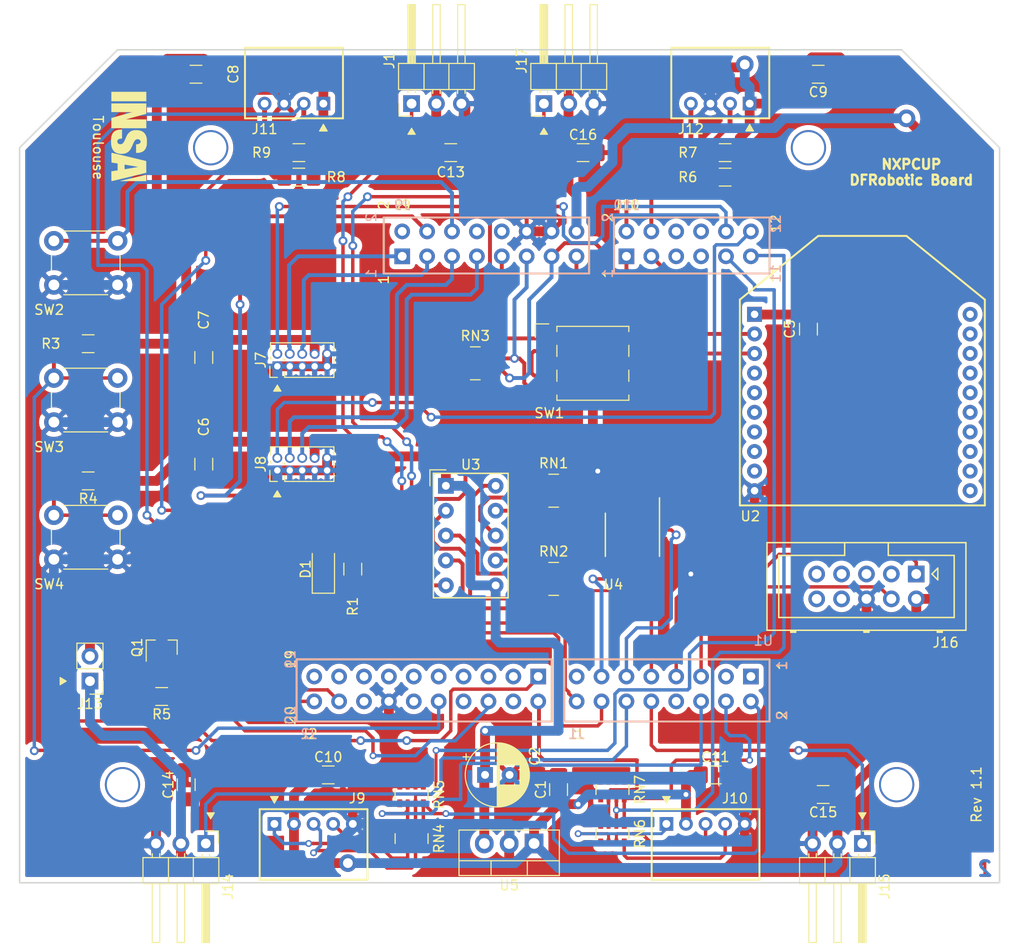
<source format=kicad_pcb>
(kicad_pcb (version 20171130) (host pcbnew 5.1.5-52549c5~84~ubuntu18.04.1)
  (title_block (title "Carte DFRobotic") (date 2020-02-03) (rev 1.1) (company "INSA GEI"))
  (layers (0 F.Cu signal) (31 B.Cu signal) (34 B.Paste user) (35 F.Paste user) (36 B.SilkS user) (37 F.SilkS user) (38 B.Mask user) (39 F.Mask user) (44 Edge.Cuts user))
  (net 0 "")
  (net 1 +3V3)
  (net 2 GND)
  (net 3 "Net-(D1-Pad1)")
  (net 4 /PWR_LED)
  (net 5 /SERVO_PWM)
  (net 6 /RESET)
  (net 7 /SW_USER1)
  (net 8 /SW_USER2)
  (net 9 "Net-(RN1-Pad6)")
  (net 10 "Net-(RN1-Pad5)")
  (net 11 "Net-(RN1-Pad8)")
  (net 12 "Net-(RN1-Pad7)")
  (net 13 "Net-(RN1-Pad3)")
  (net 14 "Net-(RN1-Pad2)")
  (net 15 "Net-(RN1-Pad4)")
  (net 16 "Net-(RN1-Pad1)")
  (net 17 "Net-(RN2-Pad1)")
  (net 18 "Net-(RN2-Pad4)")
  (net 19 "Net-(RN2-Pad2)")
  (net 20 "Net-(RN2-Pad3)")
  (net 21 "Net-(RN2-Pad7)")
  (net 22 "Net-(RN2-Pad8)")
  (net 23 "Net-(RN2-Pad5)")
  (net 24 "Net-(RN2-Pad6)")
  (net 25 /ROT_SW_2)
  (net 26 /ROT_SW_1)
  (net 27 /ROT_SW_8)
  (net 28 /ROT_SW_4)
  (net 29 /USART_RX)
  (net 30 /USART_TX)
  (net 31 /CCD_AD0)
  (net 32 /CCD_AD1)
  (net 33 "Net-(J13-Pad2)")
  (net 34 /CCD_CLK0)
  (net 35 /CCD_SI0)
  (net 36 /CCD_SI1)
  (net 37 /CCD_CLK1)
  (net 38 /ENC_INDEX1)
  (net 39 /ENC_SIG_A1)
  (net 40 /ENC_SIG_B1)
  (net 41 /ENC_SIG_B2)
  (net 42 /ENC_SIG_A2)
  (net 43 /ENC_INDEX2)
  (net 44 /SENS_SDA1)
  (net 45 /SENS_SCL1)
  (net 46 /SENS_SCL2)
  (net 47 /SENS_SDA2)
  (net 48 /CAM_LED)
  (net 49 /DISP_LATCH)
  (net 50 /DISP_SIN)
  (net 51 /DISP_CLK)
  (net 52 "Net-(Q1-Pad1)")
  (net 53 +5V)
  (net 54 /MOTOR_RIGHT_PWM)
  (net 55 /MOTOR_LEFT_PWM)
  (net 56 /PIXY2_RX)
  (net 57 /PIXY2_TX)
  (net 58 /SERVO_PWM2)
  (net 59 "Net-(J9-Pad1)")
  (net 60 "Net-(J9-Pad4)")
  (net 61 "Net-(J9-Pad3)")
  (net 62 "Net-(J10-Pad1)")
  (net 63 "Net-(J10-Pad4)")
  (net 64 "Net-(J10-Pad3)")
  (module Resistor_SMD:R_1206_3216Metric_Pad1.42x1.75mm_HandSolder (layer F.Cu) (at 128.5 75.5)
    (fp_text reference R9 (at -3.81 0 180) (layer F.SilkS))
    (fp_text value 4.7K)
    (pad 2 smd roundrect (at 1.4875 0) (size 1.425 1.75) (layers F.Cu F.Paste F.Mask) (roundrect_rratio 0.175439) (net 1 +3V3))
    (pad 1 smd roundrect (at -1.4875 0) (size 1.425 1.75) (layers F.Cu F.Paste F.Mask) (roundrect_rratio 0.175439) (net 44 /SENS_SDA1))
  )
  (module Resistor_SMD:R_1206_3216Metric_Pad1.42x1.75mm_HandSolder (layer F.Cu) (at 128.5 78)
    (fp_text reference R8 (at 3.81 0) (layer F.SilkS))
    (fp_text value 4.7K)
    (pad 2 smd roundrect (at 1.4875 0) (size 1.425 1.75) (layers F.Cu F.Paste F.Mask) (roundrect_rratio 0.175439) (net 1 +3V3))
    (pad 1 smd roundrect (at -1.4875 0) (size 1.425 1.75) (layers F.Cu F.Paste F.Mask) (roundrect_rratio 0.175439) (net 45 /SENS_SCL1))
  )
  (module Resistor_SMD:R_1206_3216Metric_Pad1.42x1.75mm_HandSolder (layer F.Cu) (at 172 75.5)
    (fp_text reference R7 (at -3.81 0) (layer F.SilkS))
    (fp_text value 4.7K)
    (pad 2 smd roundrect (at 1.4875 0) (size 1.425 1.75) (layers F.Cu F.Paste F.Mask) (roundrect_rratio 0.175439) (net 1 +3V3))
    (pad 1 smd roundrect (at -1.4875 0) (size 1.425 1.75) (layers F.Cu F.Paste F.Mask) (roundrect_rratio 0.175439) (net 47 /SENS_SDA2))
  )
  (module Resistor_SMD:R_1206_3216Metric_Pad1.42x1.75mm_HandSolder (layer F.Cu) (at 172 78)
    (fp_text reference R6 (at -3.81 0) (layer F.SilkS))
    (fp_text value 4.7K)
    (pad 2 smd roundrect (at 1.4875 0) (size 1.425 1.75) (layers F.Cu F.Paste F.Mask) (roundrect_rratio 0.175439) (net 1 +3V3))
    (pad 1 smd roundrect (at -1.4875 0) (size 1.425 1.75) (layers F.Cu F.Paste F.Mask) (roundrect_rratio 0.175439) (net 46 /SENS_SCL2))
  )
  (module Insa:Nidec_Copal_SMR-8016C (layer F.Cu) (at 158.5 97)
    (fp_text reference SW1 (at -4.445 5.08) (layer F.SilkS))
    (fp_text value SMR8016C-1)
    (pad 8 smd rect (at 4 2.54) (size 3 1) (layers F.Cu F.Paste F.Mask) (net 27 /ROT_SW_8))
    (pad 2 smd rect (at -4 2.54) (size 3 1) (layers F.Cu F.Paste F.Mask) (net 25 /ROT_SW_2))
    (pad E smd rect (at 4 0) (size 3 1) (layers F.Cu F.Paste F.Mask))
    (pad C smd rect (at -4 0) (size 3 1) (layers F.Cu F.Paste F.Mask) (net 1 +3V3))
    (pad 4 smd rect (at 4 -2.54) (size 3 1) (layers F.Cu F.Paste F.Mask) (net 28 /ROT_SW_4))
    (pad 1 smd rect (at -4 -2.54) (size 3 1) (layers F.Cu F.Paste F.Mask) (net 26 /ROT_SW_1))
  )
  (module Package_TO_SOT_SMD:SOT-23 (layer F.Cu) (at 114.5 126 90)
    (fp_text reference Q1 (at 0 -2.5 90) (layer F.SilkS))
    (fp_text value NTR3C21NZT1G)
    (pad 3 smd rect (at 1 0 90) (size 0.9 0.8) (layers F.Cu F.Paste F.Mask) (net 33 "Net-(J13-Pad2)"))
    (pad 2 smd rect (at -1 0.95 90) (size 0.9 0.8) (layers F.Cu F.Paste F.Mask) (net 2 GND))
    (pad 1 smd rect (at -1 -0.95 90) (size 0.9 0.8) (layers F.Cu F.Paste F.Mask) (net 52 "Net-(Q1-Pad1)"))
  )
  (module Insa:DF3A-4P-2DS (layer F.Cu) (at 171.5 70.5 180)
    (fp_text reference J12 (at 3 -2.6) (layer F.SilkS))
    (fp_text value DF3A-4P-2DS)
    (pad 1 thru_hole rect (at -3 0 180) (size 1.4 1.4) (drill 0.8) (layers *.Cu *.Mask) (net 1 +3V3))
    (pad 4 thru_hole circle (at 3 0 180) (size 1.4 1.4) (drill 0.8) (layers *.Cu *.Mask) (net 46 /SENS_SCL2))
    (pad 3 thru_hole circle (at 1 0 180) (size 1.4 1.4) (drill 0.8) (layers *.Cu *.Mask) (net 2 GND))
    (pad 2 thru_hole circle (at -1 0 180) (size 1.4 1.4) (drill 0.8) (layers *.Cu *.Mask) (net 47 /SENS_SDA2))
  )
  (module Insa:DF3A-4P-2DS (layer F.Cu) (at 128 70.5 180)
    (fp_text reference J11 (at 3 -2.6) (layer F.SilkS))
    (fp_text value DF3A-4P-2DS)
    (pad 1 thru_hole rect (at -3 0 180) (size 1.4 1.4) (drill 0.8) (layers *.Cu *.Mask) (net 1 +3V3))
    (pad 4 thru_hole circle (at 3 0 180) (size 1.4 1.4) (drill 0.8) (layers *.Cu *.Mask) (net 45 /SENS_SCL1))
    (pad 3 thru_hole circle (at 1 0 180) (size 1.4 1.4) (drill 0.8) (layers *.Cu *.Mask) (net 2 GND))
    (pad 2 thru_hole circle (at -1 0 180) (size 1.4 1.4) (drill 0.8) (layers *.Cu *.Mask) (net 44 /SENS_SDA1))
  )
  (module Insa:DF3A-5P-2DS (layer F.Cu) (at 170 144)
    (fp_text reference J10 (at 3 -2.6) (layer F.SilkS))
    (fp_text value DF3A-5P-2DS)
    (pad 5 thru_hole circle (at 4 0) (size 1.4 1.4) (drill 0.8) (layers *.Cu *.Mask) (net 2 GND))
    (pad 1 thru_hole rect (at -4 0) (size 1.4 1.4) (drill 0.8) (layers *.Cu *.Mask) (net 62 "Net-(J10-Pad1)"))
    (pad 4 thru_hole circle (at 2 0) (size 1.4 1.4) (drill 0.8) (layers *.Cu *.Mask) (net 63 "Net-(J10-Pad4)"))
    (pad 3 thru_hole circle (at 0 0) (size 1.4 1.4) (drill 0.8) (layers *.Cu *.Mask) (net 64 "Net-(J10-Pad3)"))
    (pad 2 thru_hole circle (at -2 0) (size 1.4 1.4) (drill 0.8) (layers *.Cu *.Mask) (net 53 +5V))
  )
  (module Insa:DF3A-5P-2DS (layer F.Cu) (at 130 144)
    (fp_text reference J9 (at 4.445 -2.6) (layer F.SilkS))
    (fp_text value DF3A-5P-2DS)
    (pad 5 thru_hole circle (at 4 0) (size 1.4 1.4) (drill 0.8) (layers *.Cu *.Mask) (net 2 GND))
    (pad 1 thru_hole rect (at -4 0) (size 1.4 1.4) (drill 0.8) (layers *.Cu *.Mask) (net 59 "Net-(J9-Pad1)"))
    (pad 4 thru_hole circle (at 2 0) (size 1.4 1.4) (drill 0.8) (layers *.Cu *.Mask) (net 60 "Net-(J9-Pad4)"))
    (pad 3 thru_hole circle (at 0 0) (size 1.4 1.4) (drill 0.8) (layers *.Cu *.Mask) (net 61 "Net-(J9-Pad3)"))
    (pad 2 thru_hole circle (at -2 0) (size 1.4 1.4) (drill 0.8) (layers *.Cu *.Mask) (net 53 +5V))
  )
  (module Resistor_SMD:R_1206_3216Metric_Pad1.42x1.75mm_HandSolder (layer F.Cu) (at 114.5 131 180)
    (fp_text reference R5 (at 0 -1.82) (layer F.SilkS))
    (fp_text value 100R)
    (pad 2 smd roundrect (at 1.4875 0 180) (size 1.425 1.75) (layers F.Cu F.Paste F.Mask) (roundrect_rratio 0.175439) (net 52 "Net-(Q1-Pad1)"))
    (pad 1 smd roundrect (at -1.4875 0 180) (size 1.425 1.75) (layers F.Cu F.Paste F.Mask) (roundrect_rratio 0.175439) (net 48 /CAM_LED))
  )
  (module Connector_PinHeader_2.54mm:PinHeader_1x02_P2.54mm_Vertical (layer F.Cu) (at 107.18 129.43 180)
    (fp_text reference J13 (at 0 -2.33) (layer F.SilkS))
    (fp_text value Conn_01x02)
    (pad 2 thru_hole oval (at 0 2.54 180) (size 1.7 1.7) (drill 1) (layers *.Cu *.Mask) (net 33 "Net-(J13-Pad2)"))
    (pad 1 thru_hole rect (at 0 0 180) (size 1.7 1.7) (drill 1) (layers *.Cu *.Mask) (net 53 +5V))
  )
  (module Capacitor_SMD:C_1206_3216Metric_Pad1.42x1.75mm_HandSolder (layer F.Cu) (at 171 139)
    (fp_text reference C11 (at 0 -1.82) (layer F.SilkS))
    (fp_text value 100nF)
    (pad 2 smd roundrect (at 1.4875 0) (size 1.425 1.75) (layers F.Cu F.Paste F.Mask) (roundrect_rratio 0.175439) (net 2 GND))
    (pad 1 smd roundrect (at -1.4875 0) (size 1.425 1.75) (layers F.Cu F.Paste F.Mask) (roundrect_rratio 0.175439) (net 53 +5V))
  )
  (module Capacitor_SMD:C_1206_3216Metric_Pad1.42x1.75mm_HandSolder (layer F.Cu) (at 131.5 139)
    (fp_text reference C10 (at 0 -1.82) (layer F.SilkS))
    (fp_text value 100nF)
    (pad 2 smd roundrect (at 1.4875 0) (size 1.425 1.75) (layers F.Cu F.Paste F.Mask) (roundrect_rratio 0.175439) (net 2 GND))
    (pad 1 smd roundrect (at -1.4875 0) (size 1.425 1.75) (layers F.Cu F.Paste F.Mask) (roundrect_rratio 0.175439) (net 53 +5V))
  )
  (module Capacitor_SMD:C_1206_3216Metric_Pad1.42x1.75mm_HandSolder (layer F.Cu) (at 181.5 67.5 180)
    (fp_text reference C9 (at 0 -1.82) (layer F.SilkS))
    (fp_text value 100nF)
    (pad 2 smd roundrect (at 1.4875 0 180) (size 1.425 1.75) (layers F.Cu F.Paste F.Mask) (roundrect_rratio 0.175439) (net 2 GND))
    (pad 1 smd roundrect (at -1.4875 0 180) (size 1.425 1.75) (layers F.Cu F.Paste F.Mask) (roundrect_rratio 0.175439) (net 1 +3V3))
  )
  (module Capacitor_SMD:C_1206_3216Metric_Pad1.42x1.75mm_HandSolder (layer F.Cu) (at 118 67.5 180)
    (fp_text reference C8 (at -3.81 0 90) (layer F.SilkS))
    (fp_text value 100nF)
    (pad 2 smd roundrect (at 1.4875 0 180) (size 1.425 1.75) (layers F.Cu F.Paste F.Mask) (roundrect_rratio 0.175439) (net 2 GND))
    (pad 1 smd roundrect (at -1.4875 0 180) (size 1.425 1.75) (layers F.Cu F.Paste F.Mask) (roundrect_rratio 0.175439) (net 1 +3V3))
  )
  (module Capacitor_SMD:C_1206_3216Metric_Pad1.42x1.75mm_HandSolder (layer F.Cu) (at 118.796 96.406 270)
    (fp_text reference C7 (at -3.81 0 90) (layer F.SilkS))
    (fp_text value 100nF)
    (pad 2 smd roundrect (at 1.4875 0 270) (size 1.425 1.75) (layers F.Cu F.Paste F.Mask) (roundrect_rratio 0.175439) (net 2 GND))
    (pad 1 smd roundrect (at -1.4875 0 270) (size 1.425 1.75) (layers F.Cu F.Paste F.Mask) (roundrect_rratio 0.175439) (net 1 +3V3))
  )
  (module Capacitor_SMD:C_1206_3216Metric_Pad1.42x1.75mm_HandSolder (layer F.Cu) (at 118.796 107.29 270)
    (fp_text reference C6 (at -3.81 0 90) (layer F.SilkS))
    (fp_text value 100nF)
    (pad 2 smd roundrect (at 1.4875 0 270) (size 1.425 1.75) (layers F.Cu F.Paste F.Mask) (roundrect_rratio 0.175439) (net 2 GND))
    (pad 1 smd roundrect (at -1.4875 0 270) (size 1.425 1.75) (layers F.Cu F.Paste F.Mask) (roundrect_rratio 0.175439) (net 1 +3V3))
  )
  (module Insa:Xbee3 (layer F.Cu) (at 186 98)
    (fp_text reference U2 (at -11.43 14.605) (layer F.SilkS))
    (fp_text value XBee)
    (pad 10 thru_hole circle (at -11 12) (size 1.524 1.524) (drill 0.762) (layers *.Cu *.Mask) (net 2 GND))
    (pad 9 thru_hole circle (at -11 10) (size 1.524 1.524) (drill 0.762) (layers *.Cu *.Mask))
    (pad 8 thru_hole circle (at -11 8) (size 1.524 1.524) (drill 0.762) (layers *.Cu *.Mask))
    (pad 7 thru_hole circle (at -11 6) (size 1.524 1.524) (drill 0.762) (layers *.Cu *.Mask))
    (pad 6 thru_hole circle (at -11 4) (size 1.524 1.524) (drill 0.762) (layers *.Cu *.Mask))
    (pad 5 thru_hole circle (at -11 2) (size 1.524 1.524) (drill 0.762) (layers *.Cu *.Mask))
    (pad 11 thru_hole circle (at 11 12) (size 1.524 1.524) (drill 0.762) (layers *.Cu *.Mask))
    (pad 12 thru_hole circle (at 11 10) (size 1.524 1.524) (drill 0.762) (layers *.Cu *.Mask))
    (pad 13 thru_hole circle (at 11 8) (size 1.524 1.524) (drill 0.762) (layers *.Cu *.Mask))
    (pad 14 thru_hole circle (at 11 6) (size 1.524 1.524) (drill 0.762) (layers *.Cu *.Mask))
    (pad 15 thru_hole circle (at 11 4) (size 1.524 1.524) (drill 0.762) (layers *.Cu *.Mask))
    (pad 16 thru_hole circle (at 11 2) (size 1.524 1.524) (drill 0.762) (layers *.Cu *.Mask))
    (pad 20 thru_hole circle (at 11 -6) (size 1.524 1.524) (drill 0.762) (layers *.Cu *.Mask))
    (pad 19 thru_hole circle (at 11 -4) (size 1.524 1.524) (drill 0.762) (layers *.Cu *.Mask))
    (pad 18 thru_hole circle (at 11 -2) (size 1.524 1.524) (drill 0.762) (layers *.Cu *.Mask))
    (pad 1 thru_hole rect (at -11 -6) (size 1.524 1.524) (drill 0.762) (layers *.Cu *.Mask) (net 1 +3V3))
    (pad 2 thru_hole circle (at -11 -4) (size 1.524 1.524) (drill 0.762) (layers *.Cu *.Mask) (net 29 /USART_RX))
    (pad 3 thru_hole circle (at -11 -2) (size 1.524 1.524) (drill 0.762) (layers *.Cu *.Mask) (net 30 /USART_TX))
    (pad 17 thru_hole circle (at 11 0) (size 1.524 1.524) (drill 0.762) (layers *.Cu *.Mask))
    (pad 4 thru_hole circle (at -11 0) (size 1.524 1.524) (drill 0.762) (layers *.Cu *.Mask))
  )
  (module Insa:insa-image (layer F.Cu) (at 111 74 270)
    (fp_text reference Logo1 hide)
    (fp_text value LOGO hide)
  )
  (module Insa:FRDM-KL25Z (layer B.Cu) (at 156.845 107.52 270)
    (fp_text reference U1 (at 17.78 -19.05) (layer B.SilkS) (effects (justify mirror)))
    (fp_text value FRDM-KL25Z)
    (fp_text user J1 (at 27.305 0) (layer F.SilkS))
    (fp_text user J2 (at 27.305 27.305) (layer F.SilkS))
    (fp_text user J9 (at -26.67 17.78) (layer F.SilkS))
    (fp_text user J10 (at -26.67 -5.08) (layer F.SilkS))
    (fp_text user J2 (at 27.305 27.305) (layer B.SilkS) (effects (justify mirror)))
    (fp_text user J1 (at 27.305 0) (layer B.SilkS) (effects (justify mirror)))
    (fp_text user J9 (at -26.67 17.78) (layer B.SilkS) (effects (justify mirror)))
    (fp_text user J10 (at -26.67 -5.08) (layer B.SilkS) (effects (justify mirror)))
    (fp_text user 1 (at -19.685 20.955 90) (layer B.SilkS) (effects (justify mirror)))
    (fp_text user 2 (at -25.4 20.955 90) (layer B.SilkS) (effects (justify mirror)))
    (fp_text user 1 (at -19.685 -3.175 90) (layer B.SilkS) (effects (justify mirror)))
    (fp_text user 2 (at -25.4 -3.175 90) (layer B.SilkS) (effects (justify mirror)))
    (fp_text user 11 (at -19.685 -20.32 90) (layer B.SilkS) (effects (justify mirror)))
    (fp_text user 12 (at -24.765 -20.32 90) (layer B.SilkS) (effects (justify mirror)))
    (fp_text user 19 (at 19.685 29.21 90) (layer B.SilkS) (effects (justify mirror)))
    (fp_text user 20 (at 25.4 29.21 90) (layer B.SilkS) (effects (justify mirror)))
    (fp_text user 1 (at 20.32 -20.955 90) (layer B.SilkS) (effects (justify mirror)))
    (fp_text user 2 (at 25.4 -20.955 90) (layer B.SilkS) (effects (justify mirror)))
    (fp_text user 1 (at -19.05 19.685 90) (layer F.SilkS))
    (fp_text user 2 (at -26.67 19.685 90) (layer F.SilkS))
    (fp_text user 1 (at -19.685 -3.175 90) (layer F.SilkS))
    (fp_text user 2 (at -25.4 -3.175 90) (layer F.SilkS))
    (fp_text user 12 (at -24.765 -20.32 90) (layer F.SilkS))
    (fp_text user 11 (at -19.685 -20.32 90) (layer F.SilkS))
    (fp_text user 1 (at 20.32 -20.955 90) (layer F.SilkS))
    (fp_text user 2 (at 25.4 -20.955 90) (layer F.SilkS))
    (fp_text user 19 (at 19.685 29.21 90) (layer F.SilkS))
    (fp_text user 20 (at 25.4 29.21 90) (layer F.SilkS))
    (pad 2.14 thru_hole circle (at 23.98 19.16 270) (size 1.6 1.6) (drill 0.9) (layers *.Cu *.Mask) (net 2 GND))
    (pad 2.12 thru_hole circle (at 23.98 16.62 270) (size 1.6 1.6) (drill 0.9) (layers *.Cu *.Mask))
    (pad 2.10 thru_hole circle (at 23.98 14.08 270) (size 1.6 1.6) (drill 0.9) (layers *.Cu *.Mask) (net 7 /SW_USER1))
    (pad 2.8 thru_hole circle (at 23.98 11.54 270) (size 1.6 1.6) (drill 0.9) (layers *.Cu *.Mask))
    (pad 2.6 thru_hole circle (at 23.98 9 270) (size 1.6 1.6) (drill 0.9) (layers *.Cu *.Mask) (net 8 /SW_USER2))
    (pad 2.4 thru_hole circle (at 23.98 6.46 270) (size 1.6 1.6) (drill 0.9) (layers *.Cu *.Mask))
    (pad 2.2 thru_hole circle (at 23.98 3.92 270) (size 1.6 1.6) (drill 0.9) (layers *.Cu *.Mask) (net 43 /ENC_INDEX2))
    (pad 2.16 thru_hole circle (at 23.98 21.7 270) (size 1.6 1.6) (drill 0.9) (layers *.Cu *.Mask))
    (pad 2.18 thru_hole circle (at 23.98 24.24 270) (size 1.6 1.6) (drill 0.9) (layers *.Cu *.Mask) (net 45 /SENS_SCL1))
    (pad 2.20 thru_hole circle (at 23.98 26.78 270) (size 1.6 1.6) (drill 0.9) (layers *.Cu *.Mask) (net 44 /SENS_SDA1))
    (pad 2.19 thru_hole circle (at 21.44 26.78 270) (size 1.6 1.6) (drill 0.9) (layers *.Cu *.Mask))
    (pad 2.17 thru_hole circle (at 21.44 24.24 270) (size 1.6 1.6) (drill 0.9) (layers *.Cu *.Mask))
    (pad 2.15 thru_hole circle (at 21.44 21.7 270) (size 1.6 1.6) (drill 0.9) (layers *.Cu *.Mask))
    (pad 2.13 thru_hole circle (at 21.44 19.16 270) (size 1.6 1.6) (drill 0.9) (layers *.Cu *.Mask))
    (pad 2.11 thru_hole circle (at 21.44 16.62 270) (size 1.6 1.6) (drill 0.9) (layers *.Cu *.Mask))
    (pad 2.9 thru_hole circle (at 21.44 14.08 270) (size 1.6 1.6) (drill 0.9) (layers *.Cu *.Mask))
    (pad 2.7 thru_hole circle (at 21.44 11.54 270) (size 1.6 1.6) (drill 0.9) (layers *.Cu *.Mask))
    (pad 2.5 thru_hole circle (at 21.44 9 270) (size 1.6 1.6) (drill 0.9) (layers *.Cu *.Mask))
    (pad 2.3 thru_hole circle (at 21.44 6.46 270) (size 1.6 1.6) (drill 0.9) (layers *.Cu *.Mask))
    (pad 2.1 thru_hole rect (at 21.44 3.92 270) (size 1.6 1.6) (drill 0.9) (layers *.Cu *.Mask) (net 48 /CAM_LED))
    (pad 1.15 thru_hole circle (at 21.44 0 270) (size 1.6 1.6) (drill 0.9) (layers *.Cu *.Mask))
    (pad 1.16 thru_hole circle (at 23.98 0 270) (size 1.6 1.6) (drill 0.9) (layers *.Cu *.Mask) (net 58 /SERVO_PWM2))
    (pad 1.14 thru_hole circle (at 23.98 -2.54 270) (size 1.6 1.6) (drill 0.9) (layers *.Cu *.Mask) (net 5 /SERVO_PWM))
    (pad 1.13 thru_hole circle (at 21.44 -2.54 270) (size 1.6 1.6) (drill 0.9) (layers *.Cu *.Mask) (net 49 /DISP_LATCH))
    (pad 1.11 thru_hole circle (at 21.44 -5.08 270) (size 1.6 1.6) (drill 0.9) (layers *.Cu *.Mask) (net 50 /DISP_SIN))
    (pad 1.12 thru_hole circle (at 23.98 -5.08 270) (size 1.6 1.6) (drill 0.9) (layers *.Cu *.Mask) (net 54 /MOTOR_RIGHT_PWM))
    (pad 1.10 thru_hole circle (at 23.98 -7.62 270) (size 1.6 1.6) (drill 0.9) (layers *.Cu *.Mask) (net 55 /MOTOR_LEFT_PWM))
    (pad 1.9 thru_hole circle (at 21.44 -7.62 270) (size 1.6 1.6) (drill 0.9) (layers *.Cu *.Mask) (net 51 /DISP_CLK))
    (pad 1.7 thru_hole circle (at 21.44 -10.16 270) (size 1.6 1.6) (drill 0.9) (layers *.Cu *.Mask) (net 56 /PIXY2_RX))
    (pad 1.8 thru_hole circle (at 23.98 -10.16 270) (size 1.6 1.6) (drill 0.9) (layers *.Cu *.Mask))
    (pad 1.6 thru_hole circle (at 23.98 -12.7 270) (size 1.6 1.6) (drill 0.9) (layers *.Cu *.Mask) (net 38 /ENC_INDEX1))
    (pad 1.5 thru_hole circle (at 21.44 -12.7 270) (size 1.6 1.6) (drill 0.9) (layers *.Cu *.Mask) (net 57 /PIXY2_TX))
    (pad 1.3 thru_hole circle (at 21.44 -15.24 270) (size 1.6 1.6) (drill 0.9) (layers *.Cu *.Mask))
    (pad 1.4 thru_hole circle (at 23.98 -15.24 270) (size 1.6 1.6) (drill 0.9) (layers *.Cu *.Mask) (net 41 /ENC_SIG_B2))
    (pad 1.2 thru_hole circle (at 23.98 -17.78 270) (size 1.6 1.6) (drill 0.9) (layers *.Cu *.Mask) (net 40 /ENC_SIG_B1))
    (pad 1.1 thru_hole rect (at 21.44 -17.78 270) (size 1.6 1.6) (drill 0.9) (layers *.Cu *.Mask))
    (pad 4.12 thru_hole circle (at -23.98 -17.78 270) (size 1.6 1.6) (drill 0.9) (layers *.Cu *.Mask) (net 32 /CCD_AD1))
    (pad 4.11 thru_hole circle (at -21.44 -17.78 270) (size 1.6 1.6) (drill 0.9) (layers *.Cu *.Mask) (net 42 /ENC_SIG_A2))
    (pad 4.9 thru_hole circle (at -21.44 -15.24 270) (size 1.6 1.6) (drill 0.9) (layers *.Cu *.Mask) (net 39 /ENC_SIG_A1))
    (pad 4.10 thru_hole circle (at -23.98 -15.24 270) (size 1.6 1.6) (drill 0.9) (layers *.Cu *.Mask) (net 31 /CCD_AD0))
    (pad 4.8 thru_hole circle (at -23.98 -12.7 270) (size 1.6 1.6) (drill 0.9) (layers *.Cu *.Mask))
    (pad 4.7 thru_hole circle (at -21.44 -12.7 270) (size 1.6 1.6) (drill 0.9) (layers *.Cu *.Mask))
    (pad 4.5 thru_hole circle (at -21.44 -10.16 270) (size 1.6 1.6) (drill 0.9) (layers *.Cu *.Mask))
    (pad 4.6 thru_hole circle (at -23.98 -10.16 270) (size 1.6 1.6) (drill 0.9) (layers *.Cu *.Mask))
    (pad 4.4 thru_hole circle (at -23.98 -7.62 270) (size 1.6 1.6) (drill 0.9) (layers *.Cu *.Mask) (net 47 /SENS_SDA2))
    (pad 4.3 thru_hole circle (at -21.44 -7.62 270) (size 1.6 1.6) (drill 0.9) (layers *.Cu *.Mask) (net 29 /USART_RX))
    (pad 4.1 thru_hole rect (at -21.44 -5.08 270) (size 1.6 1.6) (drill 0.9) (layers *.Cu *.Mask) (net 30 /USART_TX))
    (pad 4.2 thru_hole circle (at -23.98 -5.08 270) (size 1.6 1.6) (drill 0.9) (layers *.Cu *.Mask) (net 46 /SENS_SCL2))
    (pad 3.16 thru_hole circle (at -23.98 0.02 270) (size 1.6 1.6) (drill 0.9) (layers *.Cu *.Mask) (net 53 +5V))
    (pad 3.15 thru_hole circle (at -21.44 0.02 270) (size 1.6 1.6) (drill 0.9) (layers *.Cu *.Mask) (net 27 /ROT_SW_8))
    (pad 3.13 thru_hole circle (at -21.44 2.56 270) (size 1.6 1.6) (drill 0.9) (layers *.Cu *.Mask) (net 28 /ROT_SW_4))
    (pad 3.14 thru_hole circle (at -23.98 2.56 270) (size 1.6 1.6) (drill 0.9) (layers *.Cu *.Mask) (net 2 GND))
    (pad 3.12 thru_hole circle (at -23.98 5.1 270) (size 1.6 1.6) (drill 0.9) (layers *.Cu *.Mask) (net 2 GND))
    (pad 3.11 thru_hole circle (at -21.44 5.1 270) (size 1.6 1.6) (drill 0.9) (layers *.Cu *.Mask) (net 25 /ROT_SW_2))
    (pad 3.9 thru_hole circle (at -21.44 7.64 270) (size 1.6 1.6) (drill 0.9) (layers *.Cu *.Mask) (net 26 /ROT_SW_1))
    (pad 3.10 thru_hole circle (at -23.98 7.64 270) (size 1.6 1.6) (drill 0.9) (layers *.Cu *.Mask))
    (pad 3.8 thru_hole circle (at -23.98 10.18 270) (size 1.6 1.6) (drill 0.9) (layers *.Cu *.Mask))
    (pad 3.7 thru_hole circle (at -21.44 10.18 270) (size 1.6 1.6) (drill 0.9) (layers *.Cu *.Mask) (net 37 /CCD_CLK1))
    (pad 3.5 thru_hole circle (at -21.44 12.72 270) (size 1.6 1.6) (drill 0.9) (layers *.Cu *.Mask) (net 36 /CCD_SI1))
    (pad 3.6 thru_hole circle (at -23.98 12.72 270) (size 1.6 1.6) (drill 0.9) (layers *.Cu *.Mask) (net 6 /RESET))
    (pad 3.4 thru_hole circle (at -23.98 15.26 270) (size 1.6 1.6) (drill 0.9) (layers *.Cu *.Mask) (net 4 /PWR_LED))
    (pad 3.3 thru_hole circle (at -21.44 15.26 270) (size 1.6 1.6) (drill 0.9) (layers *.Cu *.Mask) (net 34 /CCD_CLK0))
    (pad 3.1 thru_hole rect (at -21.44 17.8 270) (size 1.6 1.6) (drill 0.9) (layers *.Cu *.Mask) (net 35 /CCD_SI0))
    (pad 3.2 thru_hole circle (at -23.98 17.8 270) (size 1.6 1.6) (drill 0.9) (layers *.Cu *.Mask))
  )
  (module Capacitor_THT:CP_Radial_D6.3mm_P2.50mm (layer F.Cu) (at 147.5 139)
    (fp_text reference C2 (at 5.08 -1.905 -270) (layer F.SilkS))
    (fp_text value 100µF)
    (pad 1 thru_hole rect (at 0 0) (size 1.6 1.6) (drill 0.8) (layers *.Cu *.Mask) (net 1 +3V3))
    (pad 2 thru_hole circle (at 2.5 0) (size 1.6 1.6) (drill 0.8) (layers *.Cu *.Mask) (net 2 GND))
  )
  (module Connector_PinHeader_1.27mm:PinHeader_2x05_P1.27mm_Vertical (layer F.Cu) (at 126.3 97.305 90)
    (fp_text reference J7 (at 0.635 -1.695 90) (layer F.SilkS))
    (fp_text value "Samtec FTS-105-01-L-DV")
    (pad 10 thru_hole oval (at 1.27 5.08 90) (size 1 1) (drill 0.65) (layers *.Cu *.Mask) (net 2 GND))
    (pad 9 thru_hole oval (at 0 5.08 90) (size 1 1) (drill 0.65) (layers *.Cu *.Mask) (net 2 GND))
    (pad 8 thru_hole oval (at 1.27 3.81 90) (size 1 1) (drill 0.65) (layers *.Cu *.Mask) (net 1 +3V3))
    (pad 7 thru_hole oval (at 0 3.81 90) (size 1 1) (drill 0.65) (layers *.Cu *.Mask) (net 2 GND))
    (pad 6 thru_hole oval (at 1.27 2.54 90) (size 1 1) (drill 0.65) (layers *.Cu *.Mask) (net 34 /CCD_CLK0))
    (pad 5 thru_hole oval (at 0 2.54 90) (size 1 1) (drill 0.65) (layers *.Cu *.Mask) (net 2 GND))
    (pad 4 thru_hole oval (at 1.27 1.27 90) (size 1 1) (drill 0.65) (layers *.Cu *.Mask) (net 35 /CCD_SI0))
    (pad 3 thru_hole oval (at 0 1.27 90) (size 1 1) (drill 0.65) (layers *.Cu *.Mask) (net 2 GND))
    (pad 2 thru_hole oval (at 1.27 0 90) (size 1 1) (drill 0.65) (layers *.Cu *.Mask) (net 31 /CCD_AD0))
    (pad 1 thru_hole rect (at 0 0 90) (size 1 1) (drill 0.65) (layers *.Cu *.Mask) (net 2 GND))
  )
  (module Connector_PinHeader_1.27mm:PinHeader_2x05_P1.27mm_Vertical (layer F.Cu) (at 126.3 107.925 90)
    (fp_text reference J8 (at 0.635 -1.695 90) (layer F.SilkS))
    (fp_text value "Samtec FTS-105-01-L-DV")
    (pad 1 thru_hole rect (at 0 0 90) (size 1 1) (drill 0.65) (layers *.Cu *.Mask) (net 2 GND))
    (pad 2 thru_hole oval (at 1.27 0 90) (size 1 1) (drill 0.65) (layers *.Cu *.Mask) (net 32 /CCD_AD1))
    (pad 3 thru_hole oval (at 0 1.27 90) (size 1 1) (drill 0.65) (layers *.Cu *.Mask) (net 2 GND))
    (pad 4 thru_hole oval (at 1.27 1.27 90) (size 1 1) (drill 0.65) (layers *.Cu *.Mask) (net 36 /CCD_SI1))
    (pad 5 thru_hole oval (at 0 2.54 90) (size 1 1) (drill 0.65) (layers *.Cu *.Mask) (net 2 GND))
    (pad 6 thru_hole oval (at 1.27 2.54 90) (size 1 1) (drill 0.65) (layers *.Cu *.Mask) (net 37 /CCD_CLK1))
    (pad 7 thru_hole oval (at 0 3.81 90) (size 1 1) (drill 0.65) (layers *.Cu *.Mask) (net 2 GND))
    (pad 8 thru_hole oval (at 1.27 3.81 90) (size 1 1) (drill 0.65) (layers *.Cu *.Mask) (net 1 +3V3))
    (pad 9 thru_hole oval (at 0 5.08 90) (size 1 1) (drill 0.65) (layers *.Cu *.Mask) (net 2 GND))
    (pad 10 thru_hole oval (at 1.27 5.08 90) (size 1 1) (drill 0.65) (layers *.Cu *.Mask) (net 2 GND))
  )
  (module Resistor_SMD:R_1206_3216Metric_Pad1.42x1.75mm_HandSolder (layer F.Cu) (at 134 118 90)
    (fp_text reference R1 (at -3.81 0 90) (layer F.SilkS))
    (fp_text value 2.2K)
    (pad 1 smd roundrect (at -1.4875 0 90) (size 1.425 1.75) (layers F.Cu F.Paste F.Mask) (roundrect_rratio 0.175439) (net 3 "Net-(D1-Pad1)"))
    (pad 2 smd roundrect (at 1.4875 0 90) (size 1.425 1.75) (layers F.Cu F.Paste F.Mask) (roundrect_rratio 0.175439) (net 2 GND))
  )
  (module Capacitor_SMD:C_1206_3216Metric_Pad1.42x1.75mm_HandSolder (layer F.Cu) (at 155 140.5 90)
    (fp_text reference C1 (at 0 -1.82 90) (layer F.SilkS))
    (fp_text value 100nF)
    (pad 1 smd roundrect (at -1.4875 0 90) (size 1.425 1.75) (layers F.Cu F.Paste F.Mask) (roundrect_rratio 0.175439) (net 53 +5V))
    (pad 2 smd roundrect (at 1.4875 0 90) (size 1.425 1.75) (layers F.Cu F.Paste F.Mask) (roundrect_rratio 0.175439) (net 2 GND))
  )
  (module Capacitor_SMD:C_1206_3216Metric_Pad1.42x1.75mm_HandSolder (layer F.Cu) (at 180.5 93.5125 270)
    (fp_text reference C5 (at 0 1.905 90) (layer F.SilkS))
    (fp_text value 100nF)
    (pad 1 smd roundrect (at -1.4875 0 270) (size 1.425 1.75) (layers F.Cu F.Paste F.Mask) (roundrect_rratio 0.175439) (net 1 +3V3))
    (pad 2 smd roundrect (at 1.4875 0 270) (size 1.425 1.75) (layers F.Cu F.Paste F.Mask) (roundrect_rratio 0.175439) (net 2 GND))
  )
  (module Resistor_SMD:R_1206_3216Metric_Pad1.42x1.75mm_HandSolder (layer F.Cu) (at 107 95 180)
    (fp_text reference R3 (at 3.81 0) (layer F.SilkS))
    (fp_text value 10K)
    (pad 2 smd roundrect (at 1.4875 0 180) (size 1.425 1.75) (layers F.Cu F.Paste F.Mask) (roundrect_rratio 0.175439) (net 7 /SW_USER1))
    (pad 1 smd roundrect (at -1.4875 0 180) (size 1.425 1.75) (layers F.Cu F.Paste F.Mask) (roundrect_rratio 0.175439) (net 1 +3V3))
  )
  (module Resistor_SMD:R_1206_3216Metric_Pad1.42x1.75mm_HandSolder (layer F.Cu) (at 107 109 180)
    (fp_text reference R4 (at 0 -1.82) (layer F.SilkS))
    (fp_text value 10K)
    (pad 1 smd roundrect (at -1.4875 0 180) (size 1.425 1.75) (layers F.Cu F.Paste F.Mask) (roundrect_rratio 0.175439) (net 1 +3V3))
    (pad 2 smd roundrect (at 1.4875 0 180) (size 1.425 1.75) (layers F.Cu F.Paste F.Mask) (roundrect_rratio 0.175439) (net 8 /SW_USER2))
  )
  (module Button_Switch_THT:SW_PUSH_6mm_H4.3mm (layer F.Cu) (at 110 89 180)
    (fp_text reference SW2 (at 6.985 -2.54) (layer F.SilkS))
    (fp_text value Reset)
    (pad 2 thru_hole circle (at 0 4.5 270) (size 2 2) (drill 1.1) (layers *.Cu *.Mask) (net 6 /RESET))
    (pad 1 thru_hole circle (at 0 0 270) (size 2 2) (drill 1.1) (layers *.Cu *.Mask) (net 2 GND))
    (pad 2 thru_hole circle (at 6.5 4.5 270) (size 2 2) (drill 1.1) (layers *.Cu *.Mask) (net 6 /RESET))
    (pad 1 thru_hole circle (at 6.5 0 270) (size 2 2) (drill 1.1) (layers *.Cu *.Mask) (net 2 GND))
  )
  (module Button_Switch_THT:SW_PUSH_6mm_H4.3mm (layer F.Cu) (at 110 103 180)
    (fp_text reference SW3 (at 6.985 -2.54) (layer F.SilkS))
    (fp_text value USER1)
    (pad 1 thru_hole circle (at 6.5 0 270) (size 2 2) (drill 1.1) (layers *.Cu *.Mask) (net 2 GND))
    (pad 2 thru_hole circle (at 6.5 4.5 270) (size 2 2) (drill 1.1) (layers *.Cu *.Mask) (net 7 /SW_USER1))
    (pad 1 thru_hole circle (at 0 0 270) (size 2 2) (drill 1.1) (layers *.Cu *.Mask) (net 2 GND))
    (pad 2 thru_hole circle (at 0 4.5 270) (size 2 2) (drill 1.1) (layers *.Cu *.Mask) (net 7 /SW_USER1))
  )
  (module Button_Switch_THT:SW_PUSH_6mm_H4.3mm (layer F.Cu) (at 110 117 180)
    (fp_text reference SW4 (at 6.985 -2.54) (layer F.SilkS))
    (fp_text value USER2)
    (pad 2 thru_hole circle (at 0 4.5 270) (size 2 2) (drill 1.1) (layers *.Cu *.Mask) (net 8 /SW_USER2))
    (pad 1 thru_hole circle (at 0 0 270) (size 2 2) (drill 1.1) (layers *.Cu *.Mask) (net 2 GND))
    (pad 2 thru_hole circle (at 6.5 4.5 270) (size 2 2) (drill 1.1) (layers *.Cu *.Mask) (net 8 /SW_USER2))
    (pad 1 thru_hole circle (at 6.5 0 270) (size 2 2) (drill 1.1) (layers *.Cu *.Mask) (net 2 GND))
  )
  (module Display_7Segment:HDSP-A151 (layer F.Cu) (at 143.5 109.5)
    (fp_text reference U3 (at 2.54 -2.159) (layer F.SilkS))
    (fp_text value HDSP-7501)
    (pad 1 thru_hole rect (at 0 0) (size 1.6 1.6) (drill 0.8) (layers *.Cu *.Mask) (net 1 +3V3))
    (pad 2 thru_hole circle (at 0 2.54) (size 1.6 1.6) (drill 0.8) (layers *.Cu *.Mask) (net 20 "Net-(RN2-Pad3)"))
    (pad 3 thru_hole circle (at 0 5.08) (size 1.6 1.6) (drill 0.8) (layers *.Cu *.Mask) (net 19 "Net-(RN2-Pad2)"))
    (pad 4 thru_hole circle (at 0 7.62) (size 1.6 1.6) (drill 0.8) (layers *.Cu *.Mask) (net 18 "Net-(RN2-Pad4)"))
    (pad 5 thru_hole circle (at 0 10.16) (size 1.6 1.6) (drill 0.8) (layers *.Cu *.Mask) (net 16 "Net-(RN1-Pad1)"))
    (pad 6 thru_hole circle (at 5.08 10.16) (size 1.6 1.6) (drill 0.8) (layers *.Cu *.Mask) (net 1 +3V3))
    (pad 7 thru_hole circle (at 5.08 7.62) (size 1.6 1.6) (drill 0.8) (layers *.Cu *.Mask) (net 17 "Net-(RN2-Pad1)"))
    (pad 8 thru_hole circle (at 5.08 5.08) (size 1.6 1.6) (drill 0.8) (layers *.Cu *.Mask) (net 14 "Net-(RN1-Pad2)"))
    (pad 9 thru_hole circle (at 5.08 2.54) (size 1.6 1.6) (drill 0.8) (layers *.Cu *.Mask) (net 13 "Net-(RN1-Pad3)"))
    (pad 10 thru_hole circle (at 5.08 0) (size 1.6 1.6) (drill 0.8) (layers *.Cu *.Mask) (net 15 "Net-(RN1-Pad4)"))
  )
  (module Package_SO:TSSOP-16_4.4x5mm_P0.65mm (layer F.Cu) (at 162.5 114.5 270)
    (fp_text reference U4 (at 5.08 1.905 180) (layer F.SilkS))
    (fp_text value TCL6C598)
    (pad 1 smd rect (at -2.95 -2.275 270) (size 1.5 0.45) (layers F.Cu F.Paste F.Mask) (net 1 +3V3))
    (pad 2 smd rect (at -2.95 -1.625 270) (size 1.5 0.45) (layers F.Cu F.Paste F.Mask) (net 50 /DISP_SIN))
    (pad 3 smd rect (at -2.95 -0.975 270) (size 1.5 0.45) (layers F.Cu F.Paste F.Mask) (net 10 "Net-(RN1-Pad5)"))
    (pad 4 smd rect (at -2.95 -0.325 270) (size 1.5 0.45) (layers F.Cu F.Paste F.Mask) (net 9 "Net-(RN1-Pad6)"))
    (pad 5 smd rect (at -2.95 0.325 270) (size 1.5 0.45) (layers F.Cu F.Paste F.Mask) (net 12 "Net-(RN1-Pad7)"))
    (pad 6 smd rect (at -2.95 0.975 270) (size 1.5 0.45) (layers F.Cu F.Paste F.Mask) (net 11 "Net-(RN1-Pad8)"))
    (pad 7 smd rect (at -2.95 1.625 270) (size 1.5 0.45) (layers F.Cu F.Paste F.Mask) (net 1 +3V3))
    (pad 8 smd rect (at -2.95 2.275 270) (size 1.5 0.45) (layers F.Cu F.Paste F.Mask) (net 2 GND))
    (pad 9 smd rect (at 2.95 2.275 270) (size 1.5 0.45) (layers F.Cu F.Paste F.Mask))
    (pad 10 smd rect (at 2.95 1.625 270) (size 1.5 0.45) (layers F.Cu F.Paste F.Mask) (net 49 /DISP_LATCH))
    (pad 11 smd rect (at 2.95 0.975 270) (size 1.5 0.45) (layers F.Cu F.Paste F.Mask) (net 23 "Net-(RN2-Pad5)"))
    (pad 12 smd rect (at 2.95 0.325 270) (size 1.5 0.45) (layers F.Cu F.Paste F.Mask) (net 24 "Net-(RN2-Pad6)"))
    (pad 13 smd rect (at 2.95 -0.325 270) (size 1.5 0.45) (layers F.Cu F.Paste F.Mask) (net 21 "Net-(RN2-Pad7)"))
    (pad 14 smd rect (at 2.95 -0.975 270) (size 1.5 0.45) (layers F.Cu F.Paste F.Mask) (net 22 "Net-(RN2-Pad8)"))
    (pad 15 smd rect (at 2.95 -1.625 270) (size 1.5 0.45) (layers F.Cu F.Paste F.Mask) (net 51 /DISP_CLK))
    (pad 16 smd rect (at 2.95 -2.275 270) (size 1.5 0.45) (layers F.Cu F.Paste F.Mask) (net 2 GND))
  )
  (module Resistor_SMD:R_Array_Convex_4x0603 (layer F.Cu) (at 154.5 110)
    (fp_text reference RN1 (at 0 -2.8) (layer F.SilkS))
    (fp_text value 220R)
    (pad 5 smd rect (at 0.9 1.2) (size 0.8 0.5) (layers F.Cu F.Paste F.Mask) (net 10 "Net-(RN1-Pad5)"))
    (pad 6 smd rect (at 0.9 0.4) (size 0.8 0.4) (layers F.Cu F.Paste F.Mask) (net 9 "Net-(RN1-Pad6)"))
    (pad 8 smd rect (at 0.9 -1.2) (size 0.8 0.5) (layers F.Cu F.Paste F.Mask) (net 11 "Net-(RN1-Pad8)"))
    (pad 7 smd rect (at 0.9 -0.4) (size 0.8 0.4) (layers F.Cu F.Paste F.Mask) (net 12 "Net-(RN1-Pad7)"))
    (pad 4 smd rect (at -0.9 1.2) (size 0.8 0.5) (layers F.Cu F.Paste F.Mask) (net 15 "Net-(RN1-Pad4)"))
    (pad 2 smd rect (at -0.9 -0.4) (size 0.8 0.4) (layers F.Cu F.Paste F.Mask) (net 14 "Net-(RN1-Pad2)"))
    (pad 3 smd rect (at -0.9 0.4) (size 0.8 0.4) (layers F.Cu F.Paste F.Mask) (net 13 "Net-(RN1-Pad3)"))
    (pad 1 smd rect (at -0.9 -1.2) (size 0.8 0.5) (layers F.Cu F.Paste F.Mask) (net 16 "Net-(RN1-Pad1)"))
  )
  (module Resistor_SMD:R_Array_Convex_4x0603 (layer F.Cu) (at 154.5 119)
    (fp_text reference RN2 (at 0 -2.8) (layer F.SilkS))
    (fp_text value 220R)
    (pad 1 smd rect (at -0.9 -1.2) (size 0.8 0.5) (layers F.Cu F.Paste F.Mask) (net 17 "Net-(RN2-Pad1)"))
    (pad 3 smd rect (at -0.9 0.4) (size 0.8 0.4) (layers F.Cu F.Paste F.Mask) (net 20 "Net-(RN2-Pad3)"))
    (pad 2 smd rect (at -0.9 -0.4) (size 0.8 0.4) (layers F.Cu F.Paste F.Mask) (net 19 "Net-(RN2-Pad2)"))
    (pad 4 smd rect (at -0.9 1.2) (size 0.8 0.5) (layers F.Cu F.Paste F.Mask) (net 18 "Net-(RN2-Pad4)"))
    (pad 7 smd rect (at 0.9 -0.4) (size 0.8 0.4) (layers F.Cu F.Paste F.Mask) (net 21 "Net-(RN2-Pad7)"))
    (pad 8 smd rect (at 0.9 -1.2) (size 0.8 0.5) (layers F.Cu F.Paste F.Mask) (net 22 "Net-(RN2-Pad8)"))
    (pad 6 smd rect (at 0.9 0.4) (size 0.8 0.4) (layers F.Cu F.Paste F.Mask) (net 24 "Net-(RN2-Pad6)"))
    (pad 5 smd rect (at 0.9 1.2) (size 0.8 0.5) (layers F.Cu F.Paste F.Mask) (net 23 "Net-(RN2-Pad5)"))
  )
  (module Resistor_SMD:R_Array_Convex_4x0603 (layer F.Cu) (at 146.5 97)
    (fp_text reference RN3 (at 0 -2.8) (layer F.SilkS))
    (fp_text value 10K)
    (pad 1 smd rect (at -0.9 -1.2) (size 0.8 0.5) (layers F.Cu F.Paste F.Mask) (net 2 GND))
    (pad 3 smd rect (at -0.9 0.4) (size 0.8 0.4) (layers F.Cu F.Paste F.Mask) (net 2 GND))
    (pad 2 smd rect (at -0.9 -0.4) (size 0.8 0.4) (layers F.Cu F.Paste F.Mask) (net 2 GND))
    (pad 4 smd rect (at -0.9 1.2) (size 0.8 0.5) (layers F.Cu F.Paste F.Mask) (net 2 GND))
    (pad 7 smd rect (at 0.9 -0.4) (size 0.8 0.4) (layers F.Cu F.Paste F.Mask) (net 25 /ROT_SW_2))
    (pad 8 smd rect (at 0.9 -1.2) (size 0.8 0.5) (layers F.Cu F.Paste F.Mask) (net 26 /ROT_SW_1))
    (pad 6 smd rect (at 0.9 0.4) (size 0.8 0.4) (layers F.Cu F.Paste F.Mask) (net 28 /ROT_SW_4))
    (pad 5 smd rect (at 0.9 1.2) (size 0.8 0.5) (layers F.Cu F.Paste F.Mask) (net 27 /ROT_SW_8))
  )
  (module Capacitor_SMD:C_1206_3216Metric_Pad1.42x1.75mm_HandSolder (layer F.Cu) (at 144 75.5)
    (fp_text reference C13 (at 0 2) (layer F.SilkS))
    (fp_text value 1µF)
    (pad 1 smd roundrect (at -1.4875 0) (size 1.425 1.75) (layers F.Cu F.Paste F.Mask) (roundrect_rratio 0.175439) (net 53 +5V))
    (pad 2 smd roundrect (at 1.4875 0) (size 1.425 1.75) (layers F.Cu F.Paste F.Mask) (roundrect_rratio 0.175439) (net 2 GND))
  )
  (module Capacitor_SMD:C_1206_3216Metric_Pad1.42x1.75mm_HandSolder (layer F.Cu) (at 117 140 90)
    (fp_text reference C14 (at 0 -1.82 90) (layer F.SilkS))
    (fp_text value 100nF)
    (pad 2 smd roundrect (at 1.4875 0 90) (size 1.425 1.75) (layers F.Cu F.Paste F.Mask) (roundrect_rratio 0.175439) (net 2 GND))
    (pad 1 smd roundrect (at -1.4875 0 90) (size 1.425 1.75) (layers F.Cu F.Paste F.Mask) (roundrect_rratio 0.175439) (net 53 +5V))
  )
  (module Capacitor_SMD:C_1206_3216Metric_Pad1.42x1.75mm_HandSolder (layer F.Cu) (at 182 141 180)
    (fp_text reference C15 (at 0 -1.82) (layer F.SilkS))
    (fp_text value 100nF)
    (pad 1 smd roundrect (at -1.4875 0 180) (size 1.425 1.75) (layers F.Cu F.Paste F.Mask) (roundrect_rratio 0.175439) (net 53 +5V))
    (pad 2 smd roundrect (at 1.4875 0 180) (size 1.425 1.75) (layers F.Cu F.Paste F.Mask) (roundrect_rratio 0.175439) (net 2 GND))
  )
  (module Package_TO_SOT_THT:TO-220-3_Vertical (layer F.Cu) (at 152.5 146 180)
    (fp_text reference U5 (at 2.54 -4.27) (layer F.SilkS))
    (fp_text value MIC29500-3.3WT)
    (pad 1 thru_hole rect (at 0 0 180) (size 1.905 2) (drill 1.1) (layers *.Cu *.Mask) (net 53 +5V))
    (pad 2 thru_hole oval (at 2.54 0 180) (size 1.905 2) (drill 1.1) (layers *.Cu *.Mask) (net 2 GND))
    (pad 3 thru_hole oval (at 5.08 0 180) (size 1.905 2) (drill 1.1) (layers *.Cu *.Mask) (net 1 +3V3))
  )
  (module Connector_PinHeader_2.54mm:PinHeader_1x03_P2.54mm_Horizontal (layer F.Cu) (at 140 70.5 90)
    (fp_text reference J1 (at 4.385 -2.27 90) (layer F.SilkS))
    (fp_text value Conn_01x03)
    (pad 1 thru_hole rect (at 0 0 90) (size 1.7 1.7) (drill 1) (layers *.Cu *.Mask) (net 5 /SERVO_PWM))
    (pad 2 thru_hole oval (at 0 2.54 90) (size 1.7 1.7) (drill 1) (layers *.Cu *.Mask) (net 53 +5V))
    (pad 3 thru_hole oval (at 0 5.08 90) (size 1.7 1.7) (drill 1) (layers *.Cu *.Mask) (net 2 GND))
  )
  (module Connector_PinHeader_2.54mm:PinHeader_1x03_P2.54mm_Horizontal (layer F.Cu) (at 119 146 270)
    (fp_text reference J14 (at 4.385 -2.27 90) (layer F.SilkS))
    (fp_text value Conn_01x03)
    (pad 1 thru_hole rect (at 0 0 270) (size 1.7 1.7) (drill 1) (layers *.Cu *.Mask) (net 54 /MOTOR_RIGHT_PWM))
    (pad 2 thru_hole oval (at 0 2.54 270) (size 1.7 1.7) (drill 1) (layers *.Cu *.Mask) (net 53 +5V))
    (pad 3 thru_hole oval (at 0 5.08 270) (size 1.7 1.7) (drill 1) (layers *.Cu *.Mask) (net 2 GND))
  )
  (module Connector_PinHeader_2.54mm:PinHeader_1x03_P2.54mm_Horizontal (layer F.Cu) (at 186 146 270)
    (fp_text reference J15 (at 4.385 -2.27 90) (layer F.SilkS))
    (fp_text value Conn_01x03)
    (pad 3 thru_hole oval (at 0 5.08 270) (size 1.7 1.7) (drill 1) (layers *.Cu *.Mask) (net 2 GND))
    (pad 2 thru_hole oval (at 0 2.54 270) (size 1.7 1.7) (drill 1) (layers *.Cu *.Mask) (net 53 +5V))
    (pad 1 thru_hole rect (at 0 0 270) (size 1.7 1.7) (drill 1) (layers *.Cu *.Mask) (net 55 /MOTOR_LEFT_PWM))
  )
  (module Connector_Multicomp:Multicomp_MC9A12-1034_2x05_P2.54mm_Vertical (layer F.Cu) (at 191.5 118.5 180)
    (fp_text reference J16 (at -3 -7) (layer F.SilkS))
    (fp_text value Conn_02x05_Odd_Even)
    (pad 1 thru_hole rect (at 0 0 180) (size 1.7 1.7) (drill 1) (layers *.Cu *.Mask) (net 56 /PIXY2_RX))
    (pad 2 thru_hole circle (at 0 -2.54 180) (size 1.7 1.7) (drill 1) (layers *.Cu *.Mask) (net 53 +5V))
    (pad 3 thru_hole circle (at 2.54 0 180) (size 1.7 1.7) (drill 1) (layers *.Cu *.Mask))
    (pad 4 thru_hole circle (at 2.54 -2.54 180) (size 1.7 1.7) (drill 1) (layers *.Cu *.Mask) (net 57 /PIXY2_TX))
    (pad 5 thru_hole circle (at 5.08 0 180) (size 1.7 1.7) (drill 1) (layers *.Cu *.Mask))
    (pad 6 thru_hole circle (at 5.08 -2.54 180) (size 1.7 1.7) (drill 1) (layers *.Cu *.Mask) (net 2 GND))
    (pad 7 thru_hole circle (at 7.62 0 180) (size 1.7 1.7) (drill 1) (layers *.Cu *.Mask))
    (pad 8 thru_hole circle (at 7.62 -2.54 180) (size 1.7 1.7) (drill 1) (layers *.Cu *.Mask))
    (pad 9 thru_hole circle (at 10.16 0 180) (size 1.7 1.7) (drill 1) (layers *.Cu *.Mask))
    (pad 10 thru_hole circle (at 10.16 -2.54 180) (size 1.7 1.7) (drill 1) (layers *.Cu *.Mask))
  )
  (module LED_SMD:LED_1206_3216Metric_Pad1.42x1.75mm_HandSolder (layer F.Cu) (at 131 118 90)
    (fp_text reference D1 (at 0 -1.82 90) (layer F.SilkS))
    (fp_text value LED)
    (pad 1 smd roundrect (at -1.4875 0 90) (size 1.425 1.75) (layers F.Cu F.Paste F.Mask) (roundrect_rratio 0.175439) (net 3 "Net-(D1-Pad1)"))
    (pad 2 smd roundrect (at 1.4875 0 90) (size 1.425 1.75) (layers F.Cu F.Paste F.Mask) (roundrect_rratio 0.175439) (net 4 /PWR_LED))
  )
  (module Capacitor_SMD:C_1206_3216Metric_Pad1.42x1.75mm_HandSolder (layer F.Cu) (at 157.5 75.5)
    (fp_text reference C16 (at 0 -1.82) (layer F.SilkS))
    (fp_text value 1µF)
    (pad 1 smd roundrect (at -1.4875 0) (size 1.425 1.75) (layers F.Cu F.Paste F.Mask) (roundrect_rratio 0.175439) (net 53 +5V))
    (pad 2 smd roundrect (at 1.4875 0) (size 1.425 1.75) (layers F.Cu F.Paste F.Mask) (roundrect_rratio 0.175439) (net 2 GND))
  )
  (module Connector_PinHeader_2.54mm:PinHeader_1x03_P2.54mm_Horizontal (layer F.Cu) (at 153.5 70.5 90)
    (fp_text reference J17 (at 4.385 -2.27 90) (layer F.SilkS))
    (fp_text value Conn_01x03)
    (pad 1 thru_hole rect (at 0 0 90) (size 1.7 1.7) (drill 1) (layers *.Cu *.Mask) (net 58 /SERVO_PWM2))
    (pad 2 thru_hole oval (at 0 2.54 90) (size 1.7 1.7) (drill 1) (layers *.Cu *.Mask) (net 53 +5V))
    (pad 3 thru_hole oval (at 0 5.08 90) (size 1.7 1.7) (drill 1) (layers *.Cu *.Mask) (net 2 GND))
  )
  (module Resistor_SMD:R_Array_Convex_4x0603 (layer F.Cu) (at 140 145.5 270)
    (fp_text reference RN4 (at 0 -2.8 90) (layer F.SilkS))
    (fp_text value 2.2K)
    (pad 5 smd rect (at 0.9 1.2 270) (size 0.8 0.5) (layers F.Cu F.Paste F.Mask))
    (pad 6 smd rect (at 0.9 0.4 270) (size 0.8 0.4) (layers F.Cu F.Paste F.Mask) (net 59 "Net-(J9-Pad1)"))
    (pad 8 smd rect (at 0.9 -1.2 270) (size 0.8 0.5) (layers F.Cu F.Paste F.Mask) (net 60 "Net-(J9-Pad4)"))
    (pad 7 smd rect (at 0.9 -0.4 270) (size 0.8 0.4) (layers F.Cu F.Paste F.Mask) (net 61 "Net-(J9-Pad3)"))
    (pad 4 smd rect (at -0.9 1.2 270) (size 0.8 0.5) (layers F.Cu F.Paste F.Mask))
    (pad 2 smd rect (at -0.9 -0.4 270) (size 0.8 0.4) (layers F.Cu F.Paste F.Mask) (net 39 /ENC_SIG_A1))
    (pad 3 smd rect (at -0.9 0.4 270) (size 0.8 0.4) (layers F.Cu F.Paste F.Mask) (net 38 /ENC_INDEX1))
    (pad 1 smd rect (at -0.9 -1.2 270) (size 0.8 0.5) (layers F.Cu F.Paste F.Mask) (net 40 /ENC_SIG_B1))
  )
  (module Resistor_SMD:R_Array_Convex_4x0603 (layer F.Cu) (at 140 141 270)
    (fp_text reference RN5 (at 0 -2.8 90) (layer F.SilkS))
    (fp_text value 3.3K)
    (pad 1 smd rect (at -0.9 -1.2 270) (size 0.8 0.5) (layers F.Cu F.Paste F.Mask) (net 2 GND))
    (pad 3 smd rect (at -0.9 0.4 270) (size 0.8 0.4) (layers F.Cu F.Paste F.Mask) (net 2 GND))
    (pad 2 smd rect (at -0.9 -0.4 270) (size 0.8 0.4) (layers F.Cu F.Paste F.Mask) (net 2 GND))
    (pad 4 smd rect (at -0.9 1.2 270) (size 0.8 0.5) (layers F.Cu F.Paste F.Mask) (net 2 GND))
    (pad 7 smd rect (at 0.9 -0.4 270) (size 0.8 0.4) (layers F.Cu F.Paste F.Mask) (net 39 /ENC_SIG_A1))
    (pad 8 smd rect (at 0.9 -1.2 270) (size 0.8 0.5) (layers F.Cu F.Paste F.Mask) (net 40 /ENC_SIG_B1))
    (pad 6 smd rect (at 0.9 0.4 270) (size 0.8 0.4) (layers F.Cu F.Paste F.Mask) (net 38 /ENC_INDEX1))
    (pad 5 smd rect (at 0.9 1.2 270) (size 0.8 0.5) (layers F.Cu F.Paste F.Mask))
  )
  (module Resistor_SMD:R_Array_Convex_4x0603 (layer F.Cu) (at 160.5 145 270)
    (fp_text reference RN6 (at 0 -2.8 90) (layer F.SilkS))
    (fp_text value 2.2K)
    (pad 1 smd rect (at -0.9 -1.2 270) (size 0.8 0.5) (layers F.Cu F.Paste F.Mask) (net 41 /ENC_SIG_B2))
    (pad 3 smd rect (at -0.9 0.4 270) (size 0.8 0.4) (layers F.Cu F.Paste F.Mask) (net 43 /ENC_INDEX2))
    (pad 2 smd rect (at -0.9 -0.4 270) (size 0.8 0.4) (layers F.Cu F.Paste F.Mask) (net 42 /ENC_SIG_A2))
    (pad 4 smd rect (at -0.9 1.2 270) (size 0.8 0.5) (layers F.Cu F.Paste F.Mask))
    (pad 7 smd rect (at 0.9 -0.4 270) (size 0.8 0.4) (layers F.Cu F.Paste F.Mask) (net 64 "Net-(J10-Pad3)"))
    (pad 8 smd rect (at 0.9 -1.2 270) (size 0.8 0.5) (layers F.Cu F.Paste F.Mask) (net 63 "Net-(J10-Pad4)"))
    (pad 6 smd rect (at 0.9 0.4 270) (size 0.8 0.4) (layers F.Cu F.Paste F.Mask) (net 62 "Net-(J10-Pad1)"))
    (pad 5 smd rect (at 0.9 1.2 270) (size 0.8 0.5) (layers F.Cu F.Paste F.Mask))
  )
  (module Resistor_SMD:R_Array_Convex_4x0603 (layer F.Cu) (at 160.5 140.5 270)
    (fp_text reference RN7 (at 0 -2.8 90) (layer F.SilkS))
    (fp_text value 3.3K)
    (pad 5 smd rect (at 0.9 1.2 270) (size 0.8 0.5) (layers F.Cu F.Paste F.Mask))
    (pad 6 smd rect (at 0.9 0.4 270) (size 0.8 0.4) (layers F.Cu F.Paste F.Mask) (net 43 /ENC_INDEX2))
    (pad 8 smd rect (at 0.9 -1.2 270) (size 0.8 0.5) (layers F.Cu F.Paste F.Mask) (net 41 /ENC_SIG_B2))
    (pad 7 smd rect (at 0.9 -0.4 270) (size 0.8 0.4) (layers F.Cu F.Paste F.Mask) (net 42 /ENC_SIG_A2))
    (pad 4 smd rect (at -0.9 1.2 270) (size 0.8 0.5) (layers F.Cu F.Paste F.Mask) (net 2 GND))
    (pad 2 smd rect (at -0.9 -0.4 270) (size 0.8 0.4) (layers F.Cu F.Paste F.Mask) (net 2 GND))
    (pad 3 smd rect (at -0.9 0.4 270) (size 0.8 0.4) (layers F.Cu F.Paste F.Mask) (net 2 GND))
    (pad 1 smd rect (at -0.9 -1.2 270) (size 0.8 0.5) (layers F.Cu F.Paste F.Mask) (net 2 GND))
  )
  (gr_text "NXPCUP\nDFRobotic Board" (at 191 77.5) (layer F.SilkS) (effects (font (size 1 1) (thickness 0.25))))
  (gr_poly (pts (xy 153.881 73.635) (xy 153.119 73.635) (xy 153.5 73)) (layer F.SilkS) (width 0.1))
  (gr_poly (pts (xy 119.119 142.865) (xy 119.881 142.865) (xy 119.5 143.5)) (layer F.SilkS) (width 0.1))
  (gr_poly (pts (xy 185.619 142.865) (xy 186.381 142.865) (xy 186 143.5)) (layer F.SilkS) (width 0.1))
  (gr_poly (pts (xy 140.381 73.635) (xy 139.619 73.635) (xy 140 73)) (layer F.SilkS) (width 0.1))
  (gr_line (start 200 75) (end 190 65) (layer Edge.Cuts) (width 0.15))
  (gr_line (start 100 75) (end 110 65) (layer Edge.Cuts) (width 0.15))
  (gr_line (start 100 75) (end 100 150) (layer Edge.Cuts) (width 0.15))
  (gr_line (start 190 65) (end 110 65) (layer Edge.Cuts) (width 0.15))
  (gr_line (start 200 150) (end 200 75) (layer Edge.Cuts) (width 0.15))
  (gr_line (start 100 150) (end 200 150) (layer Edge.Cuts) (width 0.15))
  (gr_text "Rev 1.1" (at 197.645 141 90) (layer F.SilkS) (effects (font (size 1 1))))
  (gr_text 2 (at 198.505 148.58) (layer B.Cu) (effects (font (size 1.5 1.5) (thickness 0.3)) (justify mirror)))
  (gr_text 1 (at 198.505 148.58) (layer F.Cu) (effects (font (size 1.5 1.5) (thickness 0.3))))
  (gr_text Toulouse (at 108 75 270) (layer F.SilkS) (effects (font (size 1 1))))
  (gr_poly (pts (xy 104.132 129.811) (xy 104.132 129.049) (xy 104.767 129.43)) (layer F.SilkS) (width 0.1))
  (gr_poly (pts (xy 126.67 110.635) (xy 125.908 110.635) (xy 126.289 110)) (layer F.SilkS) (width 0.1))
  (gr_poly (pts (xy 126.681 99.845) (xy 125.919 99.845) (xy 126.3 99.21)) (layer F.SilkS) (width 0.1))
  (via (at 110.5 140) (size 3.6) (drill 3.2) (layers F.Cu B.Cu) (net 0))
  (via (at 189.5 140) (size 3.6) (drill 3.2) (layers F.Cu B.Cu) (net 0))
  (via (at 180.5 75) (size 3.6) (drill 3.2) (layers F.Cu B.Cu) (net 0))
  (via (at 119.5 75) (size 3.6) (drill 3.2) (layers F.Cu B.Cu) (net 0))
  (segment (start 175.025 92.025) (end 175 92) (width 1) (layer F.Cu) (net 1))
  (segment (start 180.5 92.025) (end 175.025 92.025) (width 1) (layer F.Cu) (net 1))
  (segment (start 147.42 139.08) (end 147.5 139) (width 1) (layer F.Cu) (net 1))
  (segment (start 147.42 146) (end 147.42 139.08) (width 1) (layer F.Cu) (net 1))
  (segment (start 108.4875 109) (end 114 109) (width 1) (layer F.Cu) (net 1))
  (segment (start 114 109) (end 117.1975 105.8025) (width 1) (layer F.Cu) (net 1))
  (segment (start 108.4875 95) (end 117 95) (width 1) (layer F.Cu) (net 1))
  (segment (start 117 105.8025) (end 117 95.1975) (width 1) (layer F.Cu) (net 1))
  (segment (start 174.5 70.5) (end 182 70.5) (width 1) (layer F.Cu) (net 1))
  (segment (start 182.9875 69.5125) (end 182.9875 67.5) (width 1) (layer F.Cu) (net 1))
  (segment (start 182 70.5) (end 182.9875 69.5125) (width 1) (layer F.Cu) (net 1))
  (segment (start 119.4875 67.5) (end 130.5 67.5) (width 1) (layer F.Cu) (net 1))
  (segment (start 131 68) (end 131 70.5) (width 1) (layer F.Cu) (net 1))
  (segment (start 130.5 67.5) (end 131 68) (width 1) (layer F.Cu) (net 1))
  (segment (start 129.9875 78) (end 129.9875 75.5) (width 1) (layer F.Cu) (net 1))
  (segment (start 129.9875 75.5) (end 129.9875 74.0125) (width 1) (layer F.Cu) (net 1))
  (segment (start 131 73) (end 131 70.5) (width 1) (layer F.Cu) (net 1))
  (segment (start 129.9875 74.0125) (end 131 73) (width 1) (layer F.Cu) (net 1))
  (segment (start 173.4875 78) (end 173.4875 75.5) (width 1) (layer F.Cu) (net 1))
  (segment (start 173.4875 75.5) (end 173.4875 74.0125) (width 1) (layer F.Cu) (net 1))
  (segment (start 174.5 73) (end 174.5 70.5) (width 1) (layer F.Cu) (net 1))
  (segment (start 173.4875 74.0125) (end 174.5 73) (width 1) (layer F.Cu) (net 1))
  (segment (start 180.5 92.025) (end 180.5 80) (width 1) (layer F.Cu) (net 1))
  (segment (start 178.5 78) (end 173.4875 78) (width 1) (layer F.Cu) (net 1))
  (segment (start 180.5 80) (end 178.5 78) (width 1) (layer F.Cu) (net 1))
  (segment (start 117 95) (end 117 84) (width 1) (layer F.Cu) (net 1))
  (segment (start 117 84) (end 114 81) (width 1) (layer F.Cu) (net 1))
  (segment (start 119.4875 66.625) (end 119.4875 67.5) (width 1) (layer F.Cu) (net 1))
  (segment (start 118.78749 65.92499) (end 119.4875 66.625) (width 1) (layer F.Cu) (net 1))
  (segment (start 115.07501 65.92499) (end 118.78749 65.92499) (width 1) (layer F.Cu) (net 1))
  (segment (start 114 67) (end 115.07501 65.92499) (width 1) (layer F.Cu) (net 1))
  (segment (start 114 81) (end 114 67) (width 1) (layer F.Cu) (net 1))
  (segment (start 130.5 67.5) (end 140.5 67.5) (width 1) (layer F.Cu) (net 1))
  (segment (start 141.20001 66.79999) (end 168.29999 66.79999) (width 1) (layer F.Cu) (net 1))
  (segment (start 140.5 67.5) (end 141.20001 66.79999) (width 1) (layer F.Cu) (net 1))
  (via (at 174 66.5) (size 1.8) (drill 1) (layers F.Cu B.Cu) (net 1))
  (segment (start 168.29999 66.79999) (end 173.70001 66.79999) (width 1) (layer F.Cu) (net 1))
  (segment (start 173.70001 66.79999) (end 174 66.5) (width 1) (layer F.Cu) (net 1))
  (segment (start 174 66.5) (end 174 68.5) (width 1) (layer B.Cu) (net 1))
  (segment (start 174.5 68.8) (end 174.5 70.5) (width 1) (layer B.Cu) (net 1))
  (segment (start 174.2 68.5) (end 174.5 68.8) (width 1) (layer B.Cu) (net 1))
  (segment (start 174 68.5) (end 174.2 68.5) (width 1) (layer B.Cu) (net 1))
  (segment (start 145.3 109.5) (end 146 110.2) (width 1) (layer B.Cu) (net 1))
  (segment (start 143.5 109.5) (end 145.3 109.5) (width 1) (layer B.Cu) (net 1))
  (segment (start 146 110.2) (end 146 119.5) (width 1) (layer B.Cu) (net 1))
  (segment (start 146.16 119.66) (end 148.58 119.66) (width 1) (layer B.Cu) (net 1))
  (segment (start 146 119.5) (end 146.16 119.66) (width 1) (layer B.Cu) (net 1))
  (segment (start 143.5 106) (end 143.5 109.5) (width 1) (layer F.Cu) (net 1))
  (segment (start 154.5 97) (end 157.5 97) (width 1) (layer F.Cu) (net 1))
  (segment (start 157.5 97) (end 158.5 98) (width 1) (layer F.Cu) (net 1))
  (segment (start 158 105) (end 158.5 104.5) (width 1) (layer F.Cu) (net 1))
  (segment (start 158.5 98) (end 158.5 104.5) (width 1) (layer F.Cu) (net 1))
  (segment (start 164.775 111.55) (end 164.775 110.4) (width 0.4) (layer F.Cu) (net 1))
  (segment (start 165 110.175) (end 165 109.5) (width 0.4) (layer F.Cu) (net 1))
  (segment (start 164.775 110.4) (end 165 110.175) (width 0.4) (layer F.Cu) (net 1))
  (segment (start 160.875 108.625) (end 161 108.5) (width 0.4) (layer F.Cu) (net 1))
  (segment (start 160.875 111.55) (end 160.875 108.625) (width 0.4) (layer F.Cu) (net 1))
  (segment (start 161 105) (end 161 108.5) (width 1) (layer F.Cu) (net 1))
  (segment (start 158 105) (end 161 105) (width 1) (layer F.Cu) (net 1))
  (segment (start 165 109) (end 165 109.5) (width 1) (layer F.Cu) (net 1))
  (segment (start 161 105) (end 165 109) (width 1) (layer F.Cu) (net 1))
  (segment (start 158.5 104.5) (end 159 105) (width 1) (layer F.Cu) (net 1))
  (segment (start 159 105) (end 161 105) (width 1) (layer F.Cu) (net 1))
  (segment (start 144.5 105) (end 143.5 106) (width 1) (layer F.Cu) (net 1))
  (segment (start 158 105) (end 144.5 105) (width 1) (layer F.Cu) (net 1))
  (segment (start 148.58 119.66) (end 148.58 125.08) (width 1) (layer B.Cu) (net 1))
  (segment (start 148.58 125.08) (end 149 125.5) (width 1) (layer B.Cu) (net 1))
  (segment (start 149 125.5) (end 154.5 125.5) (width 1) (layer B.Cu) (net 1))
  (segment (start 154.5 125.5) (end 155 126) (width 1) (layer B.Cu) (net 1))
  (segment (start 155 126) (end 155 134.5) (width 1) (layer B.Cu) (net 1))
  (segment (start 155 134.5) (end 147.5 134.5) (width 1) (layer B.Cu) (net 1))
  (via (at 147.5 134.5) (size 1) (drill 0.6) (layers F.Cu B.Cu) (net 1))
  (segment (start 147.5 134.5) (end 147.5 139) (width 1) (layer F.Cu) (net 1))
  (segment (start 130.11 94.61) (end 130.11 96.035) (width 1) (layer F.Cu) (net 1))
  (segment (start 130.734 105) (end 130.11 105.624) (width 1) (layer F.Cu) (net 1))
  (segment (start 134 106.5) (end 132.5 105) (width 1) (layer F.Cu) (net 1))
  (segment (start 143.5 106) (end 143 106.5) (width 1) (layer F.Cu) (net 1))
  (segment (start 130.11 105.624) (end 130.11 106.655) (width 1) (layer F.Cu) (net 1))
  (segment (start 132.5 105) (end 130.734 105) (width 1) (layer F.Cu) (net 1))
  (segment (start 143 106.5) (end 134 106.5) (width 1) (layer F.Cu) (net 1))
  (segment (start 130.11 94.61) (end 120.338 94.61) (width 1) (layer F.Cu) (net 1))
  (segment (start 117 95.1975) (end 117.025 95.1725) (width 1) (layer F.Cu) (net 1))
  (segment (start 117 105.8025) (end 118.796 105.8025) (width 1) (layer F.Cu) (net 1))
  (segment (start 120.4735 105) (end 130.734 105) (width 1) (layer F.Cu) (net 1))
  (segment (start 119.671 105.8025) (end 120.4735 105) (width 1) (layer F.Cu) (net 1))
  (segment (start 118.796 105.8025) (end 119.671 105.8025) (width 1) (layer F.Cu) (net 1))
  (segment (start 120.0295 94.9185) (end 120.338 94.61) (width 1) (layer F.Cu) (net 1))
  (segment (start 117.279 94.9185) (end 120.0295 94.9185) (width 1) (layer F.Cu) (net 1))
  (segment (start 117 95.1975) (end 117.279 94.9185) (width 1) (layer F.Cu) (net 1))
  (segment (start 151.745 83.54) (end 154.285 83.54) (width 1) (layer F.Cu) (net 2))
  (segment (start 154.285 83.54) (end 154.285 76.215) (width 1) (layer B.Cu) (net 2))
  (segment (start 154.285 76.215) (end 155 75.5) (width 1) (layer B.Cu) (net 2))
  (segment (start 155 75.5) (end 158.5 75.5) (width 1) (layer B.Cu) (net 2))
  (segment (start 158.58 75.42) (end 158.58 70.5) (width 1) (layer B.Cu) (net 2))
  (segment (start 158.5 75.5) (end 158.58 75.42) (width 1) (layer B.Cu) (net 2))
  (segment (start 180 110) (end 175 110) (width 1) (layer F.Cu) (net 2))
  (segment (start 180.5 95) (end 180.5 109.5) (width 1) (layer F.Cu) (net 2))
  (segment (start 180.5 109.5) (end 180 110) (width 1) (layer F.Cu) (net 2))
  (segment (start 113.92 146) (end 113.92 139.08) (width 1) (layer F.Cu) (net 2))
  (segment (start 114.4875 138.5125) (end 117 138.5125) (width 1) (layer F.Cu) (net 2))
  (segment (start 113.92 139.08) (end 114.4875 138.5125) (width 1) (layer F.Cu) (net 2))
  (segment (start 134 140.0125) (end 132.9875 139) (width 1) (layer F.Cu) (net 2))
  (segment (start 134 144) (end 134 140.0125) (width 1) (layer F.Cu) (net 2))
  (segment (start 149.96 139.04) (end 150 139) (width 1) (layer F.Cu) (net 2))
  (segment (start 149.96 146) (end 149.96 139.04) (width 1) (layer F.Cu) (net 2))
  (segment (start 150.0125 139.0125) (end 150 139) (width 1) (layer F.Cu) (net 2))
  (segment (start 155 139.0125) (end 150.0125 139.0125) (width 1) (layer F.Cu) (net 2))
  (segment (start 174 140.5125) (end 172.4875 139) (width 1) (layer F.Cu) (net 2))
  (segment (start 174 144) (end 174 140.5125) (width 1) (layer F.Cu) (net 2))
  (segment (start 180.92 141.4075) (end 180.5125 141) (width 1) (layer F.Cu) (net 2))
  (segment (start 180.92 146) (end 180.92 141.4075) (width 1) (layer F.Cu) (net 2))
  (segment (start 186.42 121.04) (end 186.42 135.08) (width 1) (layer F.Cu) (net 2))
  (segment (start 186.42 135.08) (end 183 138.5) (width 1) (layer F.Cu) (net 2))
  (segment (start 183 138.5) (end 181.5 138.5) (width 1) (layer F.Cu) (net 2))
  (segment (start 180.5125 139.4875) (end 180.5125 141) (width 1) (layer F.Cu) (net 2))
  (segment (start 181.5 138.5) (end 180.5125 139.4875) (width 1) (layer F.Cu) (net 2))
  (segment (start 149.96 146) (end 149.96 147.46) (width 1) (layer F.Cu) (net 2))
  (segment (start 149.96 147.46) (end 151 148.5) (width 1) (layer F.Cu) (net 2))
  (segment (start 151 148.5) (end 172.5 148.5) (width 1) (layer F.Cu) (net 2))
  (segment (start 174 147) (end 174 144) (width 1) (layer F.Cu) (net 2))
  (segment (start 172.5 148.5) (end 174 147) (width 1) (layer F.Cu) (net 2))
  (segment (start 116.5125 68.375) (end 116.5125 67.5) (width 1) (layer F.Cu) (net 2))
  (segment (start 126.589948 69.099999) (end 117.237499 69.099999) (width 1) (layer F.Cu) (net 2))
  (segment (start 127 69.510051) (end 126.589948 69.099999) (width 1) (layer F.Cu) (net 2))
  (segment (start 117.237499 69.099999) (end 116.5125 68.375) (width 1) (layer F.Cu) (net 2))
  (segment (start 127 70.5) (end 127 69.510051) (width 1) (layer F.Cu) (net 2))
  (segment (start 145.4875 70.9075) (end 145.08 70.5) (width 1) (layer F.Cu) (net 2))
  (segment (start 145.4875 75.5) (end 145.4875 70.9075) (width 1) (layer F.Cu) (net 2))
  (segment (start 158.58 75.0925) (end 158.9875 75.5) (width 1) (layer F.Cu) (net 2))
  (segment (start 158.58 70.5) (end 158.58 75.0925) (width 1) (layer F.Cu) (net 2))
  (segment (start 170.5 68) (end 170.5 70.5) (width 1) (layer B.Cu) (net 2))
  (segment (start 170 67.5) (end 170.5 68) (width 1) (layer B.Cu) (net 2))
  (segment (start 127 70.5) (end 127 68.5) (width 1) (layer B.Cu) (net 2))
  (segment (start 127 68.5) (end 128 67.5) (width 1) (layer B.Cu) (net 2))
  (segment (start 158.58 70.5) (end 158.58 67.58) (width 1) (layer B.Cu) (net 2))
  (segment (start 158.58 67.58) (end 158.5 67.5) (width 1) (layer B.Cu) (net 2))
  (segment (start 158.5 67.5) (end 170 67.5) (width 1) (layer B.Cu) (net 2))
  (segment (start 145.08 67.58) (end 145 67.5) (width 1) (layer B.Cu) (net 2))
  (segment (start 128 67.5) (end 145 67.5) (width 1) (layer B.Cu) (net 2))
  (segment (start 145.08 70.5) (end 145.08 67.58) (width 1) (layer B.Cu) (net 2))
  (segment (start 145 67.5) (end 158.5 67.5) (width 1) (layer B.Cu) (net 2))
  (segment (start 180.5 95) (end 184.5 95) (width 1) (layer F.Cu) (net 2))
  (segment (start 184.5 66.58148) (end 183.69353 65.77501) (width 1) (layer F.Cu) (net 2))
  (segment (start 184.5 95) (end 184.5 66.58148) (width 1) (layer F.Cu) (net 2))
  (segment (start 180.0125 66.625) (end 180.0125 67.5) (width 1) (layer F.Cu) (net 2))
  (segment (start 180.86249 65.77501) (end 180.0125 66.625) (width 1) (layer F.Cu) (net 2))
  (segment (start 183.69353 65.77501) (end 180.86249 65.77501) (width 1) (layer F.Cu) (net 2))
  (segment (start 111.414213 117) (end 116 112.414213) (width 1) (layer B.Cu) (net 2))
  (segment (start 110 117) (end 111.414213 117) (width 1) (layer B.Cu) (net 2))
  (segment (start 116 112.414213) (end 124.585787 112.414213) (width 1) (layer B.Cu) (net 2))
  (segment (start 126.3 110.7) (end 126.3 107.925) (width 1) (layer B.Cu) (net 2))
  (segment (start 124.585787 112.414213) (end 126.3 110.7) (width 1) (layer B.Cu) (net 2))
  (segment (start 125.4475 108.7775) (end 126.3 107.925) (width 1) (layer F.Cu) (net 2))
  (segment (start 122 108.7775) (end 125.4475 108.7775) (width 1) (layer F.Cu) (net 2))
  (segment (start 125.4475 98.1575) (end 126.3 97.305) (width 1) (layer F.Cu) (net 2))
  (segment (start 122 98.1575) (end 125.4475 98.1575) (width 1) (layer F.Cu) (net 2))
  (segment (start 126.3 97.305) (end 131.38 97.305) (width 1) (layer F.Cu) (net 2))
  (segment (start 131.38 97.305) (end 131.38 96.035) (width 1) (layer F.Cu) (net 2))
  (segment (start 126.3 107.925) (end 131.38 107.925) (width 1) (layer F.Cu) (net 2))
  (segment (start 131.38 107.925) (end 131.38 106.655) (width 1) (layer F.Cu) (net 2))
  (segment (start 103.5 117) (end 106.5 117) (width 1) (layer B.Cu) (net 2))
  (segment (start 107 103) (end 107 117) (width 1) (layer B.Cu) (net 2))
  (segment (start 107 117) (end 110 117) (width 1) (layer B.Cu) (net 2))
  (segment (start 106.5 117) (end 107 117) (width 1) (layer B.Cu) (net 2))
  (segment (start 107 103) (end 110 103) (width 1) (layer B.Cu) (net 2))
  (segment (start 103.5 103) (end 107 103) (width 1) (layer B.Cu) (net 2))
  (segment (start 107 103) (end 107 89.5) (width 1) (layer B.Cu) (net 2))
  (segment (start 107.5 89) (end 110 89) (width 1) (layer B.Cu) (net 2))
  (segment (start 107 89.5) (end 107.5 89) (width 1) (layer B.Cu) (net 2))
  (segment (start 113.92 146) (end 103.5 146) (width 1) (layer B.Cu) (net 2))
  (segment (start 103.5 146) (end 103.5 117) (width 1) (layer B.Cu) (net 2))
  (segment (start 137.685 131.5) (end 137.685 137.815) (width 1) (layer F.Cu) (net 2))
  (segment (start 136.5 139) (end 132.9875 139) (width 1) (layer F.Cu) (net 2))
  (segment (start 137.685 137.815) (end 136.5 139) (width 1) (layer F.Cu) (net 2))
  (segment (start 172.5 148.5) (end 180.5 148.5) (width 1) (layer F.Cu) (net 2))
  (segment (start 180.92 148.08) (end 180.92 146) (width 1) (layer F.Cu) (net 2))
  (segment (start 180.5 148.5) (end 180.92 148.08) (width 1) (layer F.Cu) (net 2))
  (segment (start 106.5 89) (end 106.5 73.5) (width 1) (layer B.Cu) (net 2))
  (segment (start 106.5 89) (end 107.5 89) (width 1) (layer B.Cu) (net 2))
  (segment (start 103.5 89) (end 106.5 89) (width 1) (layer B.Cu) (net 2))
  (segment (start 112.5 67.5) (end 128 67.5) (width 1) (layer B.Cu) (net 2))
  (segment (start 106.5 73.5) (end 112.5 67.5) (width 1) (layer B.Cu) (net 2))
  (segment (start 133.425 107.925) (end 131.38 107.925) (width 1) (layer F.Cu) (net 2))
  (segment (start 134 116.5125) (end 134 108.5) (width 1) (layer F.Cu) (net 2))
  (segment (start 134 108.5) (end 133.425 107.925) (width 1) (layer F.Cu) (net 2))
  (segment (start 150 146.04) (end 149.96 146) (width 1) (layer B.Cu) (net 2))
  (segment (start 179.0125 68.5) (end 180.0125 67.5) (width 1) (layer F.Cu) (net 2))
  (segment (start 170.5 70.5) (end 170.5 68.5) (width 1) (layer F.Cu) (net 2))
  (segment (start 170.5 68.5) (end 179.0125 68.5) (width 1) (layer F.Cu) (net 2))
  (segment (start 164.775 117.45) (end 164.775 118.775) (width 0.4) (layer F.Cu) (net 2))
  (segment (start 145.6 95.8) (end 145.6 98.2) (width 0.4) (layer F.Cu) (net 2))
  (segment (start 115.45 127) (end 116.5 127) (width 1) (layer F.Cu) (net 2))
  (segment (start 116.5 127) (end 116.5 118) (width 1) (layer F.Cu) (net 2))
  (segment (start 116.5 118) (end 115.5 117) (width 1) (layer F.Cu) (net 2))
  (segment (start 115.5 117) (end 110 117) (width 1) (layer F.Cu) (net 2))
  (segment (start 145.6 95.15) (end 148 92.75) (width 0.4) (layer F.Cu) (net 2))
  (segment (start 145.6 95.8) (end 145.6 95.15) (width 0.4) (layer F.Cu) (net 2))
  (segment (start 148 92.75) (end 148 82) (width 0.4) (layer F.Cu) (net 2))
  (segment (start 148 82) (end 151.5 82) (width 0.4) (layer F.Cu) (net 2))
  (segment (start 151.745 82.245) (end 151.745 83.54) (width 0.4) (layer F.Cu) (net 2))
  (segment (start 151.5 82) (end 151.745 82.245) (width 0.4) (layer F.Cu) (net 2))
  (via (at 159 108) (size 0.9) (drill 0.5) (layers F.Cu B.Cu) (net 2))
  (segment (start 159 108) (end 159 108.5) (width 1) (layer F.Cu) (net 2))
  (segment (start 159 108.5) (end 159 109) (width 0.35) (layer F.Cu) (net 2))
  (segment (start 160.225 110.225) (end 160.225 111.55) (width 0.35) (layer F.Cu) (net 2))
  (segment (start 159 109) (end 160.225 110.225) (width 0.35) (layer F.Cu) (net 2))
  (via (at 168.5 118.5) (size 0.9) (drill 0.5) (layers F.Cu B.Cu) (net 2))
  (segment (start 167.863604 118.5) (end 168.5 118.5) (width 1) (layer F.Cu) (net 2))
  (segment (start 168.5 109.5) (end 168.5 117.863604) (width 1) (layer B.Cu) (net 2))
  (segment (start 167 108) (end 168.5 109.5) (width 1) (layer B.Cu) (net 2))
  (segment (start 159 108) (end 167 108) (width 1) (layer B.Cu) (net 2))
  (segment (start 168.949999 118.050001) (end 168.5 118.5) (width 1) (layer F.Cu) (net 2))
  (segment (start 175 112) (end 168.949999 118.050001) (width 1) (layer F.Cu) (net 2))
  (segment (start 175 110) (end 175 112) (width 1) (layer F.Cu) (net 2))
  (segment (start 165 118.5) (end 167.863604 118.5) (width 1) (layer F.Cu) (net 2))
  (segment (start 168.5 117.863604) (end 168.5 118.5) (width 1) (layer B.Cu) (net 2))
  (segment (start 141.2 140.1) (end 140.4 140.1) (width 0.35) (layer F.Cu) (net 2))
  (segment (start 140.4 140.1) (end 139.6 140.1) (width 0.35) (layer F.Cu) (net 2))
  (segment (start 139.6 140.1) (end 138.8 140.1) (width 0.35) (layer F.Cu) (net 2))
  (segment (start 137.6 140.1) (end 136.5 139) (width 0.35) (layer F.Cu) (net 2))
  (segment (start 138.8 140.1) (end 137.6 140.1) (width 0.35) (layer F.Cu) (net 2))
  (segment (start 134 144.5) (end 134 144) (width 1) (layer B.Cu) (net 2))
  (segment (start 130.5 148) (end 134 144.5) (width 1) (layer B.Cu) (net 2))
  (segment (start 114.5 148) (end 130.5 148) (width 1) (layer B.Cu) (net 2))
  (segment (start 113.92 146) (end 113.92 147.42) (width 1) (layer B.Cu) (net 2))
  (segment (start 113.92 147.42) (end 114.5 148) (width 1) (layer B.Cu) (net 2))
  (segment (start 150 144) (end 150 145.96) (width 1) (layer B.Cu) (net 2))
  (segment (start 134 144) (end 150 144) (width 1) (layer B.Cu) (net 2))
  (segment (start 150 145.96) (end 149.96 146) (width 1) (layer B.Cu) (net 2))
  (segment (start 161.7 139.6) (end 159.3 139.6) (width 0.35) (layer F.Cu) (net 2))
  (segment (start 159.3 139.6) (end 158.1 139.6) (width 0.35) (layer F.Cu) (net 2))
  (segment (start 157.5125 139.0125) (end 155 139.0125) (width 0.35) (layer F.Cu) (net 2))
  (segment (start 158.1 139.6) (end 157.5125 139.0125) (width 0.35) (layer F.Cu) (net 2))
  (segment (start 121.99 98.1475) (end 118.796 98.1475) (width 1) (layer F.Cu) (net 2))
  (segment (start 122 98.1575) (end 121.99 98.1475) (width 1) (layer F.Cu) (net 2))
  (segment (start 122 108.7775) (end 118.796 108.7775) (width 1) (layer F.Cu) (net 2))
  (segment (start 124.575 107.925) (end 126.3 107.925) (width 1) (layer B.Cu) (net 2))
  (segment (start 124.5 108) (end 124.575 107.925) (width 1) (layer B.Cu) (net 2))
  (segment (start 124 101.108) (end 124 107.5) (width 1) (layer B.Cu) (net 2))
  (segment (start 126.3 97.305) (end 126.3 98.808) (width 1) (layer B.Cu) (net 2))
  (segment (start 124 107.5) (end 124.5 108) (width 1) (layer B.Cu) (net 2))
  (segment (start 126.3 98.808) (end 124 101.108) (width 1) (layer B.Cu) (net 2))
  (segment (start 134 119.4875) (end 131 119.4875) (width 0.5) (layer F.Cu) (net 3))
  (segment (start 131 116.5125) (end 131 112) (width 0.4) (layer F.Cu) (net 4))
  (segment (start 131 112) (end 129.5 110.5) (width 0.4) (layer F.Cu) (net 4))
  (via (at 118.5 110.5) (size 0.9) (drill 0.5) (layers F.Cu B.Cu) (net 4))
  (segment (start 129.5 110.5) (end 118.5 110.5) (width 0.4) (layer F.Cu) (net 4))
  (segment (start 118.5 110.5) (end 121 110.5) (width 0.4) (layer B.Cu) (net 4))
  (segment (start 121 110.5) (end 122.5 109) (width 0.4) (layer B.Cu) (net 4))
  (segment (start 122.5 109) (end 122.5 91) (width 0.4) (layer B.Cu) (net 4))
  (via (at 122.5 91) (size 0.9) (drill 0.5) (layers F.Cu B.Cu) (net 4))
  (segment (start 140.785001 82.740001) (end 141.585 83.54) (width 0.4) (layer F.Cu) (net 4))
  (segment (start 123 82) (end 140.045 82) (width 0.4) (layer F.Cu) (net 4))
  (segment (start 122.5 82.5) (end 123 82) (width 0.4) (layer F.Cu) (net 4))
  (segment (start 122.5 91) (end 122.5 82.5) (width 0.4) (layer F.Cu) (net 4))
  (segment (start 140.045 82) (end 140.785001 82.740001) (width 0.4) (layer F.Cu) (net 4))
  (segment (start 159.385 131.5) (end 159.385 133.615) (width 0.35) (layer F.Cu) (net 5))
  (segment (start 159.385 133.615) (end 159 134) (width 0.35) (layer F.Cu) (net 5))
  (segment (start 159 134) (end 155.5 134) (width 0.35) (layer F.Cu) (net 5))
  (segment (start 155.5 134) (end 155 133.5) (width 0.35) (layer F.Cu) (net 5))
  (segment (start 155 133.5) (end 155 125) (width 0.35) (layer F.Cu) (net 5))
  (segment (start 155 125) (end 154.5 124.5) (width 0.35) (layer F.Cu) (net 5))
  (segment (start 154.5 124.5) (end 139 124.5) (width 0.35) (layer F.Cu) (net 5))
  (segment (start 139 124.5) (end 139 123.5) (width 0.35) (layer F.Cu) (net 5))
  (segment (start 139 123.5) (end 139 109) (width 0.35) (layer F.Cu) (net 5))
  (via (at 139 109) (size 0.9) (drill 0.5) (layers F.Cu B.Cu) (net 5))
  (segment (start 139 109) (end 139 106.5) (width 0.35) (layer B.Cu) (net 5))
  (via (at 137.5 105) (size 0.9) (drill 0.5) (layers F.Cu B.Cu) (net 5))
  (segment (start 139 106.5) (end 137.5 105) (width 0.35) (layer B.Cu) (net 5))
  (segment (start 137.5 105) (end 137 104.5) (width 0.35) (layer F.Cu) (net 5))
  (segment (start 137 104.5) (end 134 104.5) (width 0.35) (layer F.Cu) (net 5))
  (segment (start 134 104.5) (end 133 103.5) (width 0.35) (layer F.Cu) (net 5))
  (segment (start 133 103.5) (end 133 84.5) (width 0.35) (layer F.Cu) (net 5))
  (via (at 133 84.5) (size 0.9) (drill 0.5) (layers F.Cu B.Cu) (net 5))
  (segment (start 140 70.5) (end 140 73.5) (width 0.35) (layer F.Cu) (net 5))
  (via (at 133.5 80) (size 0.9) (drill 0.5) (layers F.Cu B.Cu) (net 5))
  (segment (start 133 84.5) (end 133 80.5) (width 0.35) (layer B.Cu) (net 5))
  (segment (start 133 80.5) (end 133.5 80) (width 0.35) (layer B.Cu) (net 5))
  (segment (start 133.949999 79.550001) (end 133.5 80) (width 0.35) (layer F.Cu) (net 5))
  (segment (start 140 73.5) (end 133.949999 79.550001) (width 0.35) (layer F.Cu) (net 5))
  (segment (start 103.5 84.5) (end 110 84.5) (width 0.4) (layer F.Cu) (net 6))
  (segment (start 110.999999 83.500001) (end 110 84.5) (width 0.4) (layer B.Cu) (net 6))
  (segment (start 110.999999 79.500001) (end 110.999999 83.500001) (width 0.4) (layer B.Cu) (net 6))
  (segment (start 143 78.5) (end 112 78.5) (width 0.4) (layer B.Cu) (net 6))
  (segment (start 112 78.5) (end 110.999999 79.500001) (width 0.4) (layer B.Cu) (net 6))
  (segment (start 144.125 83.54) (end 144.125 79.625) (width 0.4) (layer B.Cu) (net 6))
  (segment (start 144.125 79.625) (end 143 78.5) (width 0.4) (layer B.Cu) (net 6))
  (segment (start 104.8 95) (end 105.5125 95) (width 0.4) (layer F.Cu) (net 7))
  (segment (start 103.5 96.3) (end 104.8 95) (width 0.4) (layer F.Cu) (net 7))
  (segment (start 103.5 98.5) (end 103.5 96.3) (width 0.4) (layer F.Cu) (net 7))
  (via (at 118 136.5) (size 0.9) (drill 0.5) (layers F.Cu B.Cu) (net 7))
  (segment (start 120 134.5) (end 118 136.5) (width 0.35) (layer B.Cu) (net 7))
  (segment (start 120.265 134.235) (end 120 134.5) (width 0.35) (layer B.Cu) (net 7))
  (segment (start 142.765 131.5) (end 142.765 134.235) (width 0.35) (layer B.Cu) (net 7))
  (segment (start 142.765 134.235) (end 120.265 134.235) (width 0.35) (layer B.Cu) (net 7))
  (segment (start 110 98.5) (end 103.5 98.5) (width 0.35) (layer F.Cu) (net 7))
  (segment (start 101.5 100.5) (end 101.5 136.538) (width 0.35) (layer B.Cu) (net 7))
  (segment (start 118 136.5) (end 101.538 136.5) (width 0.35) (layer F.Cu) (net 7))
  (segment (start 103.5 98.5) (end 101.5 100.5) (width 0.35) (layer B.Cu) (net 7))
  (via (at 101.5 136.538) (size 0.9) (drill 0.5) (layers F.Cu B.Cu) (net 7))
  (segment (start 101.538 136.5) (end 101.5 136.538) (width 0.35) (layer F.Cu) (net 7))
  (segment (start 104.8 109) (end 105.5125 109) (width 0.4) (layer F.Cu) (net 8))
  (segment (start 103.5 110.3) (end 104.8 109) (width 0.4) (layer F.Cu) (net 8))
  (segment (start 103.5 112.5) (end 103.5 110.3) (width 0.4) (layer F.Cu) (net 8))
  (segment (start 106.5 112.5) (end 106.5 120.5) (width 0.35) (layer F.Cu) (net 8))
  (segment (start 106.5 112.5) (end 110 112.5) (width 0.35) (layer F.Cu) (net 8))
  (segment (start 103.5 112.5) (end 106.5 112.5) (width 0.35) (layer F.Cu) (net 8))
  (segment (start 106.5 120.5) (end 105 122) (width 0.35) (layer F.Cu) (net 8))
  (segment (start 105 122) (end 105 132.5) (width 0.35) (layer F.Cu) (net 8))
  (segment (start 105 132.5) (end 106 133.5) (width 0.35) (layer F.Cu) (net 8))
  (segment (start 106 133.5) (end 114.5 133.5) (width 0.35) (layer F.Cu) (net 8))
  (segment (start 114.5 133.5) (end 114.5 129) (width 0.35) (layer F.Cu) (net 8))
  (segment (start 114.5 129) (end 118 129) (width 0.35) (layer F.Cu) (net 8))
  (segment (start 118 129) (end 118 132) (width 0.35) (layer F.Cu) (net 8))
  (segment (start 118 132) (end 120.5 132) (width 0.35) (layer F.Cu) (net 8))
  (segment (start 120.5 132) (end 123 134.5) (width 0.35) (layer F.Cu) (net 8))
  (segment (start 136.062 137.04) (end 136.068 137.046) (width 0.4) (layer F.Cu) (net 8))
  (via (at 136.068 137.046) (size 0.7) (drill 0.4) (layers F.Cu B.Cu) (net 8))
  (segment (start 147.845 132.127) (end 147.845 131.5) (width 0.35) (layer B.Cu) (net 8))
  (segment (start 144.45 135.522) (end 147.845 132.127) (width 0.35) (layer B.Cu) (net 8))
  (segment (start 141.91 135.522) (end 144.45 135.522) (width 0.35) (layer B.Cu) (net 8))
  (segment (start 136.068 137.046) (end 140.386 137.046) (width 0.35) (layer B.Cu) (net 8))
  (segment (start 140.386 137.046) (end 141.91 135.522) (width 0.35) (layer B.Cu) (net 8))
  (segment (start 136.062 135.262) (end 136.062 137.04) (width 0.35) (layer F.Cu) (net 8))
  (segment (start 123 134.5) (end 135.3 134.5) (width 0.35) (layer F.Cu) (net 8))
  (segment (start 135.3 134.5) (end 136.062 135.262) (width 0.35) (layer F.Cu) (net 8))
  (segment (start 156.1 110.4) (end 156.124 110.376) (width 0.3) (layer F.Cu) (net 9))
  (segment (start 155.4 110.4) (end 156.1 110.4) (width 0.3) (layer F.Cu) (net 9))
  (segment (start 162.825 113.845) (end 162.825 111.55) (width 0.3) (layer F.Cu) (net 9))
  (segment (start 162.49199 114.17801) (end 162.825 113.845) (width 0.3) (layer F.Cu) (net 9))
  (segment (start 157.91999 113.32223) (end 158.77577 114.17801) (width 0.3) (layer F.Cu) (net 9))
  (segment (start 158.77577 114.17801) (end 162.49199 114.17801) (width 0.3) (layer F.Cu) (net 9))
  (segment (start 156.124 110.376) (end 157.91999 112.17199) (width 0.3) (layer F.Cu) (net 9))
  (segment (start 157.91999 112.17199) (end 157.91999 113.32223) (width 0.3) (layer F.Cu) (net 9))
  (segment (start 155.688 111.2) (end 155.4 111.2) (width 0.3) (layer F.Cu) (net 10))
  (segment (start 163.475 113.90212) (end 162.68312 114.694) (width 0.3) (layer F.Cu) (net 10))
  (segment (start 163.475 111.55) (end 163.475 113.90212) (width 0.3) (layer F.Cu) (net 10))
  (segment (start 162.68312 114.694) (end 158.58464 114.694) (width 0.3) (layer F.Cu) (net 10))
  (segment (start 157.15 113.25936) (end 157.15 112.662) (width 0.3) (layer F.Cu) (net 10))
  (segment (start 158.58464 114.694) (end 157.15 113.25936) (width 0.3) (layer F.Cu) (net 10))
  (segment (start 157.15 112.662) (end 155.688 111.2) (width 0.3) (layer F.Cu) (net 10))
  (segment (start 161.525 113.113) (end 161.525 111.55) (width 0.3) (layer F.Cu) (net 11))
  (segment (start 161.468 113.17) (end 161.525 113.113) (width 0.3) (layer F.Cu) (net 11))
  (segment (start 156.1 108.8) (end 156.152 108.852) (width 0.3) (layer F.Cu) (net 11))
  (segment (start 157.15 108.852) (end 158.928 110.63) (width 0.3) (layer F.Cu) (net 11))
  (segment (start 155.4 108.8) (end 156.1 108.8) (width 0.3) (layer F.Cu) (net 11))
  (segment (start 156.152 108.852) (end 157.15 108.852) (width 0.3) (layer F.Cu) (net 11))
  (segment (start 159.182 113.17) (end 161.468 113.17) (width 0.3) (layer F.Cu) (net 11))
  (segment (start 158.928 112.916) (end 159.182 113.17) (width 0.3) (layer F.Cu) (net 11))
  (segment (start 158.928 110.63) (end 158.928 112.916) (width 0.3) (layer F.Cu) (net 11))
  (segment (start 156.628 109.6) (end 155.4 109.6) (width 0.3) (layer F.Cu) (net 12))
  (segment (start 162.175 113.479) (end 161.976 113.678) (width 0.3) (layer F.Cu) (net 12))
  (segment (start 158.42 113.11512) (end 158.42 111.392) (width 0.3) (layer F.Cu) (net 12))
  (segment (start 162.175 111.55) (end 162.175 113.479) (width 0.3) (layer F.Cu) (net 12))
  (segment (start 161.976 113.678) (end 158.98288 113.678) (width 0.3) (layer F.Cu) (net 12))
  (segment (start 158.98288 113.678) (end 158.42 113.11512) (width 0.3) (layer F.Cu) (net 12))
  (segment (start 158.42 111.392) (end 156.628 109.6) (width 0.3) (layer F.Cu) (net 12))
  (segment (start 153.6 110.4) (end 152.6 110.4) (width 0.4) (layer F.Cu) (net 13))
  (segment (start 150.96 112.04) (end 148.58 112.04) (width 0.4) (layer F.Cu) (net 13))
  (segment (start 152.6 110.4) (end 150.96 112.04) (width 0.4) (layer F.Cu) (net 13))
  (segment (start 150.799999 110.700001) (end 151.9 109.6) (width 0.4) (layer F.Cu) (net 14))
  (segment (start 147 111.636) (end 147.935999 110.700001) (width 0.4) (layer F.Cu) (net 14))
  (segment (start 148.58 114.58) (end 147 113) (width 0.4) (layer F.Cu) (net 14))
  (segment (start 151.9 109.6) (end 153.6 109.6) (width 0.4) (layer F.Cu) (net 14))
  (segment (start 147.935999 110.700001) (end 150.799999 110.700001) (width 0.4) (layer F.Cu) (net 14))
  (segment (start 147 113) (end 147 111.636) (width 0.4) (layer F.Cu) (net 14))
  (segment (start 153.6 114.942) (end 152.622001 115.919999) (width 0.4) (layer F.Cu) (net 15))
  (segment (start 147.358 109.5) (end 148.58 109.5) (width 0.4) (layer F.Cu) (net 15))
  (segment (start 145.974 114.44) (end 145.974 110.884) (width 0.4) (layer F.Cu) (net 15))
  (segment (start 153.6 111.2) (end 153.6 114.942) (width 0.4) (layer F.Cu) (net 15))
  (segment (start 152.622001 115.919999) (end 147.453999 115.919999) (width 0.4) (layer F.Cu) (net 15))
  (segment (start 147.453999 115.919999) (end 145.974 114.44) (width 0.4) (layer F.Cu) (net 15))
  (segment (start 145.974 110.884) (end 147.358 109.5) (width 0.4) (layer F.Cu) (net 15))
  (segment (start 153.594 107.074) (end 153.6 107.08) (width 0.4) (layer F.Cu) (net 16))
  (segment (start 146.736 107.074) (end 153.594 107.074) (width 0.4) (layer F.Cu) (net 16))
  (segment (start 145.5 108.31) (end 146.736 107.074) (width 0.4) (layer F.Cu) (net 16))
  (segment (start 145.5 110.175) (end 145.5 108.31) (width 0.4) (layer F.Cu) (net 16))
  (segment (start 142.05 119.66) (end 141.148 118.758) (width 0.4) (layer F.Cu) (net 16))
  (segment (start 143.5 119.66) (end 142.05 119.66) (width 0.4) (layer F.Cu) (net 16))
  (segment (start 153.6 107.08) (end 153.6 108.8) (width 0.4) (layer F.Cu) (net 16))
  (segment (start 141.148 118.758) (end 141.148 111.392) (width 0.4) (layer F.Cu) (net 16))
  (segment (start 141.148 111.392) (end 141.700001 110.839999) (width 0.4) (layer F.Cu) (net 16))
  (segment (start 141.700001 110.839999) (end 144.835001 110.839999) (width 0.4) (layer F.Cu) (net 16))
  (segment (start 144.835001 110.839999) (end 145.5 110.175) (width 0.4) (layer F.Cu) (net 16))
  (segment (start 153.47 117.12) (end 148.58 117.12) (width 0.4) (layer F.Cu) (net 17))
  (segment (start 153.6 117.8) (end 153.6 117.25) (width 0.4) (layer F.Cu) (net 17))
  (segment (start 153.6 117.25) (end 153.47 117.12) (width 0.4) (layer F.Cu) (net 17))
  (segment (start 153.6 120.85) (end 153.6 120.2) (width 0.4) (layer F.Cu) (net 18))
  (segment (start 152.45 122) (end 153.6 120.85) (width 0.4) (layer F.Cu) (net 18))
  (segment (start 145.212 122) (end 152.45 122) (width 0.4) (layer F.Cu) (net 18))
  (segment (start 145.212 117.488) (end 145.212 122) (width 0.4) (layer F.Cu) (net 18))
  (segment (start 143.5 117.12) (end 144.844 117.12) (width 0.4) (layer F.Cu) (net 18))
  (segment (start 144.844 117.12) (end 145.212 117.488) (width 0.4) (layer F.Cu) (net 18))
  (segment (start 151.1 118.6) (end 153.6 118.6) (width 0.4) (layer F.Cu) (net 19))
  (segment (start 150.959999 118.459999) (end 151.1 118.6) (width 0.4) (layer F.Cu) (net 19))
  (segment (start 146.736 118.459999) (end 150.959999 118.459999) (width 0.4) (layer F.Cu) (net 19))
  (segment (start 146.736 116.429728) (end 146.736 118.459999) (width 0.4) (layer F.Cu) (net 19))
  (segment (start 143.5 114.58) (end 144.886272 114.58) (width 0.4) (layer F.Cu) (net 19))
  (segment (start 144.886272 114.58) (end 146.736 116.429728) (width 0.4) (layer F.Cu) (net 19))
  (segment (start 145.974 121) (end 151 121) (width 0.4) (layer F.Cu) (net 20))
  (segment (start 142.164 113.376) (end 142.164 115.202) (width 0.4) (layer F.Cu) (net 20))
  (segment (start 143.5 112.04) (end 142.164 113.376) (width 0.4) (layer F.Cu) (net 20))
  (segment (start 151 121) (end 152.6 119.4) (width 0.4) (layer F.Cu) (net 20))
  (segment (start 142.164 115.202) (end 142.881999 115.919999) (width 0.4) (layer F.Cu) (net 20))
  (segment (start 142.881999 115.919999) (end 144.877728 115.919999) (width 0.4) (layer F.Cu) (net 20))
  (segment (start 152.6 119.4) (end 153.6 119.4) (width 0.4) (layer F.Cu) (net 20))
  (segment (start 144.877728 115.919999) (end 145.974 117.016271) (width 0.4) (layer F.Cu) (net 20))
  (segment (start 145.974 117.016271) (end 145.974 121) (width 0.4) (layer F.Cu) (net 20))
  (segment (start 156.1 118.6) (end 158.99799 115.70201) (width 0.3) (layer F.Cu) (net 21))
  (segment (start 155.4 118.6) (end 156.1 118.6) (width 0.3) (layer F.Cu) (net 21))
  (segment (start 162.825 116.4) (end 162.825 117.45) (width 0.3) (layer F.Cu) (net 21))
  (segment (start 162.12701 115.70201) (end 162.825 116.4) (width 0.3) (layer F.Cu) (net 21))
  (segment (start 158.99799 115.70201) (end 162.12701 115.70201) (width 0.3) (layer F.Cu) (net 21))
  (segment (start 163.475 115.431) (end 163.475 117.45) (width 0.3) (layer F.Cu) (net 22))
  (segment (start 163.246 115.202) (end 163.475 115.431) (width 0.3) (layer F.Cu) (net 22))
  (segment (start 158.42 115.202) (end 163.246 115.202) (width 0.3) (layer F.Cu) (net 22))
  (segment (start 155.4 117.8) (end 155.822 117.8) (width 0.3) (layer F.Cu) (net 22))
  (segment (start 155.822 117.8) (end 158.42 115.202) (width 0.3) (layer F.Cu) (net 22))
  (segment (start 161.525 118.5) (end 161.468 118.557) (width 0.3) (layer F.Cu) (net 23))
  (segment (start 161.525 117.45) (end 161.525 118.5) (width 0.3) (layer F.Cu) (net 23))
  (segment (start 161.468 118.557) (end 161.468 119.774) (width 0.3) (layer F.Cu) (net 23))
  (segment (start 161.042 120.2) (end 155.4 120.2) (width 0.3) (layer F.Cu) (net 23))
  (segment (start 161.468 119.774) (end 161.042 120.2) (width 0.3) (layer F.Cu) (net 23))
  (segment (start 155.4 119.4) (end 156.254 119.4) (width 0.3) (layer F.Cu) (net 24))
  (segment (start 156.254 119.4) (end 159.45198 116.20202) (width 0.3) (layer F.Cu) (net 24))
  (segment (start 159.45198 116.20202) (end 161.9199 116.20202) (width 0.3) (layer F.Cu) (net 24))
  (segment (start 162.175 116.45712) (end 162.175 117.45) (width 0.3) (layer F.Cu) (net 24))
  (segment (start 161.9199 116.20202) (end 162.175 116.45712) (width 0.3) (layer F.Cu) (net 24))
  (segment (start 148.2 96.6) (end 148.3 96.5) (width 0.4) (layer F.Cu) (net 25))
  (segment (start 147.4 96.6) (end 148.2 96.6) (width 0.4) (layer F.Cu) (net 25))
  (segment (start 151 96.5) (end 151.5 97) (width 0.4) (layer F.Cu) (net 25))
  (segment (start 151.5 97) (end 151.5 99) (width 0.4) (layer F.Cu) (net 25))
  (segment (start 152.04 99.54) (end 154.5 99.54) (width 0.4) (layer F.Cu) (net 25))
  (segment (start 151.5 99) (end 152.04 99.54) (width 0.4) (layer F.Cu) (net 25))
  (via (at 150.5 96.5) (size 0.9) (drill 0.5) (layers F.Cu B.Cu) (net 25))
  (segment (start 151 96.5) (end 150.5 96.5) (width 0.4) (layer F.Cu) (net 25))
  (segment (start 148.3 96.5) (end 150.5 96.5) (width 0.4) (layer F.Cu) (net 25))
  (segment (start 150.5 96.5) (end 150.5 90.5) (width 0.4) (layer B.Cu) (net 25))
  (segment (start 151.745 89.255) (end 151.745 86.08) (width 0.4) (layer B.Cu) (net 25))
  (segment (start 150.5 90.5) (end 151.745 89.255) (width 0.4) (layer B.Cu) (net 25))
  (segment (start 147.4 95.8) (end 148.2 95.8) (width 0.4) (layer F.Cu) (net 26))
  (segment (start 149.54 94.46) (end 154.5 94.46) (width 0.4) (layer F.Cu) (net 26))
  (segment (start 148.2 95.8) (end 149.54 94.46) (width 0.4) (layer F.Cu) (net 26))
  (segment (start 149.205 94.125) (end 149.54 94.46) (width 0.4) (layer F.Cu) (net 26))
  (segment (start 149.205 86.08) (end 149.205 94.125) (width 0.4) (layer F.Cu) (net 26))
  (segment (start 161.5 99.54) (end 159.75 97.79) (width 0.4) (layer F.Cu) (net 27))
  (segment (start 162.5 99.54) (end 161.5 99.54) (width 0.4) (layer F.Cu) (net 27))
  (segment (start 159.75 97.79) (end 159.75 96.25) (width 0.4) (layer F.Cu) (net 27))
  (segment (start 159.75 96.25) (end 159.25 95.75) (width 0.4) (layer F.Cu) (net 27))
  (segment (start 156.825 86.08) (end 156.825 88.325) (width 0.4) (layer F.Cu) (net 27))
  (segment (start 159.25 90.75) (end 159.25 95.75) (width 0.4) (layer F.Cu) (net 27))
  (segment (start 156.825 88.325) (end 159.25 90.75) (width 0.4) (layer F.Cu) (net 27))
  (segment (start 147.4 100.4) (end 147.4 98.2) (width 0.4) (layer F.Cu) (net 27))
  (segment (start 148 101) (end 147.4 100.4) (width 0.4) (layer F.Cu) (net 27))
  (segment (start 157.25 98.75) (end 157.25 100.75) (width 0.4) (layer F.Cu) (net 27))
  (segment (start 152.5 95.75) (end 152.25 96) (width 0.4) (layer F.Cu) (net 27))
  (segment (start 152.25 96) (end 152.25 98) (width 0.4) (layer F.Cu) (net 27))
  (segment (start 157 101) (end 148 101) (width 0.4) (layer F.Cu) (net 27))
  (segment (start 157.25 100.75) (end 157 101) (width 0.4) (layer F.Cu) (net 27))
  (segment (start 156.75 98.25) (end 157.25 98.75) (width 0.4) (layer F.Cu) (net 27))
  (segment (start 159.25 95.75) (end 152.5 95.75) (width 0.4) (layer F.Cu) (net 27))
  (segment (start 152.25 98) (end 152.5 98.25) (width 0.4) (layer F.Cu) (net 27))
  (segment (start 152.5 98.25) (end 156.75 98.25) (width 0.4) (layer F.Cu) (net 27))
  (segment (start 148.2 97.4) (end 148.3 97.5) (width 0.4) (layer F.Cu) (net 28))
  (segment (start 147.4 97.4) (end 148.2 97.4) (width 0.4) (layer F.Cu) (net 28))
  (segment (start 148.3 97.5) (end 149 97.5) (width 0.4) (layer F.Cu) (net 28))
  (segment (start 149 97.5) (end 150 98.5) (width 0.4) (layer F.Cu) (net 28))
  (via (at 150 98.5) (size 0.9) (drill 0.5) (layers F.Cu B.Cu) (net 28))
  (segment (start 154.285 88.215) (end 154.285 86.08) (width 0.4) (layer B.Cu) (net 28))
  (segment (start 152 90.5) (end 154.285 88.215) (width 0.4) (layer B.Cu) (net 28))
  (segment (start 152 98) (end 152 90.5) (width 0.4) (layer B.Cu) (net 28))
  (segment (start 150 98.5) (end 151.5 98.5) (width 0.4) (layer B.Cu) (net 28))
  (segment (start 151.5 98.5) (end 152 98) (width 0.4) (layer B.Cu) (net 28))
  (segment (start 162.5 94.46) (end 162.5 92) (width 0.4) (layer F.Cu) (net 28))
  (segment (start 162.5 92) (end 159.5 89) (width 0.4) (layer F.Cu) (net 28))
  (segment (start 159.5 89) (end 159.5 85.5) (width 0.4) (layer F.Cu) (net 28))
  (segment (start 155.624999 84.740001) (end 155.084999 85.280001) (width 0.4) (layer F.Cu) (net 28))
  (segment (start 155.084999 85.280001) (end 154.285 86.08) (width 0.4) (layer F.Cu) (net 28))
  (segment (start 158.740001 84.740001) (end 155.624999 84.740001) (width 0.4) (layer F.Cu) (net 28))
  (segment (start 159.5 85.5) (end 158.740001 84.740001) (width 0.4) (layer F.Cu) (net 28))
  (segment (start 175 94) (end 166 94) (width 0.4) (layer F.Cu) (net 29))
  (segment (start 166 87.615) (end 164.465 86.08) (width 0.4) (layer F.Cu) (net 29))
  (segment (start 166 94) (end 166 87.615) (width 0.4) (layer F.Cu) (net 29))
  (segment (start 161.925 87.425) (end 161.925 86.08) (width 0.4) (layer F.Cu) (net 30))
  (segment (start 165 95.5) (end 165 90.5) (width 0.4) (layer F.Cu) (net 30))
  (segment (start 165 90.5) (end 161.925 87.425) (width 0.4) (layer F.Cu) (net 30))
  (segment (start 175 96) (end 165.5 96) (width 0.4) (layer F.Cu) (net 30))
  (segment (start 165.5 96) (end 165 95.5) (width 0.4) (layer F.Cu) (net 30))
  (via (at 155.5 81) (size 0.9) (drill 0.5) (layers F.Cu B.Cu) (net 31))
  (segment (start 172.085 81.585) (end 172.085 83.54) (width 0.35) (layer B.Cu) (net 31))
  (segment (start 171.5 81) (end 172.085 81.585) (width 0.35) (layer B.Cu) (net 31))
  (segment (start 155.5 83.954002) (end 156.260999 84.715001) (width 0.35) (layer B.Cu) (net 31))
  (segment (start 156.260999 84.715001) (end 158.784999 84.715001) (width 0.35) (layer B.Cu) (net 31))
  (segment (start 159.5 84) (end 159.5 81) (width 0.35) (layer B.Cu) (net 31))
  (segment (start 155.5 81) (end 155.5 83.954002) (width 0.35) (layer B.Cu) (net 31))
  (segment (start 158.784999 84.715001) (end 159.5 84) (width 0.35) (layer B.Cu) (net 31))
  (segment (start 159.5 81) (end 171.5 81) (width 0.35) (layer B.Cu) (net 31))
  (segment (start 154.863604 81) (end 126.5 81) (width 0.35) (layer F.Cu) (net 31))
  (segment (start 126.3 81.2) (end 126.5 81) (width 0.35) (layer B.Cu) (net 31))
  (segment (start 126.3 96.035) (end 126.3 81.2) (width 0.35) (layer B.Cu) (net 31))
  (segment (start 155.5 81) (end 154.863604 81) (width 0.35) (layer F.Cu) (net 31))
  (via (at 126.5 81) (size 0.9) (drill 0.5) (layers F.Cu B.Cu) (net 31))
  (segment (start 126.3 106.655) (end 126.3 101.7) (width 0.35) (layer B.Cu) (net 32))
  (segment (start 126.3 101.7) (end 127 101) (width 0.35) (layer B.Cu) (net 32))
  (via (at 136 101) (size 0.9) (drill 0.5) (layers F.Cu B.Cu) (net 32))
  (segment (start 127 101) (end 136 101) (width 0.35) (layer B.Cu) (net 32))
  (segment (start 136 101) (end 140.5 101) (width 0.35) (layer F.Cu) (net 32))
  (segment (start 140.5 101) (end 142 102.5) (width 0.35) (layer F.Cu) (net 32))
  (via (at 142 102.5) (size 0.9) (drill 0.5) (layers F.Cu B.Cu) (net 32))
  (segment (start 170.5 102.5) (end 170.909999 102.090001) (width 0.35) (layer B.Cu) (net 32))
  (segment (start 173.825001 84.339999) (end 174.625 83.54) (width 0.35) (layer B.Cu) (net 32))
  (segment (start 170.909999 102.090001) (end 170.909999 85.090001) (width 0.35) (layer B.Cu) (net 32))
  (segment (start 142 102.5) (end 170.5 102.5) (width 0.35) (layer B.Cu) (net 32))
  (segment (start 170.909999 85.090001) (end 171.095001 84.904999) (width 0.35) (layer B.Cu) (net 32))
  (segment (start 173.260001 84.904999) (end 173.825001 84.339999) (width 0.35) (layer B.Cu) (net 32))
  (segment (start 171.095001 84.904999) (end 173.260001 84.904999) (width 0.35) (layer B.Cu) (net 32))
  (segment (start 107.18 126.89) (end 107.18 125.32) (width 1) (layer F.Cu) (net 33))
  (segment (start 107.5 125) (end 114.5 125) (width 1) (layer F.Cu) (net 33))
  (segment (start 107.18 125.32) (end 107.5 125) (width 1) (layer F.Cu) (net 33))
  (segment (start 128.84 95.327894) (end 129 95.167894) (width 0.4) (layer B.Cu) (net 34))
  (segment (start 128.84 96.035) (end 128.84 95.327894) (width 0.4) (layer B.Cu) (net 34))
  (segment (start 129 95.167894) (end 129 88.5) (width 0.4) (layer B.Cu) (net 34))
  (segment (start 129 88.5) (end 129.5 88) (width 0.4) (layer B.Cu) (net 34))
  (segment (start 129.5 88) (end 141 88) (width 0.4) (layer B.Cu) (net 34))
  (segment (start 141.585 87.415) (end 141.585 86.08) (width 0.4) (layer B.Cu) (net 34))
  (segment (start 141 88) (end 141.585 87.415) (width 0.4) (layer B.Cu) (net 34))
  (segment (start 127.57 95.327894) (end 127.5 95.257894) (width 0.4) (layer B.Cu) (net 35))
  (segment (start 127.57 96.035) (end 127.57 95.327894) (width 0.4) (layer B.Cu) (net 35))
  (segment (start 127.5 95.257894) (end 127.5 87) (width 0.4) (layer B.Cu) (net 35))
  (segment (start 128.42 86.08) (end 139.045 86.08) (width 0.4) (layer B.Cu) (net 35))
  (segment (start 127.5 87) (end 128.42 86.08) (width 0.4) (layer B.Cu) (net 35))
  (segment (start 144.125 88.375) (end 144.125 86.08) (width 0.4) (layer B.Cu) (net 36))
  (segment (start 143.5 89) (end 144.125 88.375) (width 0.4) (layer B.Cu) (net 36))
  (segment (start 139.5 89) (end 143.5 89) (width 0.4) (layer B.Cu) (net 36))
  (segment (start 127.57 102.93) (end 128 102.5) (width 0.4) (layer B.Cu) (net 36))
  (segment (start 127.57 106.655) (end 127.57 102.93) (width 0.4) (layer B.Cu) (net 36))
  (segment (start 138 102.5) (end 138.5 102) (width 0.4) (layer B.Cu) (net 36))
  (segment (start 138.5 102) (end 138.5 90) (width 0.4) (layer B.Cu) (net 36))
  (segment (start 128 102.5) (end 138 102.5) (width 0.4) (layer B.Cu) (net 36))
  (segment (start 138.5 90) (end 139.5 89) (width 0.4) (layer B.Cu) (net 36))
  (segment (start 146.665 89.335) (end 146.665 86.08) (width 0.4) (layer B.Cu) (net 37))
  (segment (start 146 90) (end 146.665 89.335) (width 0.4) (layer B.Cu) (net 37))
  (segment (start 140 90) (end 146 90) (width 0.4) (layer B.Cu) (net 37))
  (segment (start 128.84 104.16) (end 129.5 103.5) (width 0.4) (layer B.Cu) (net 37))
  (segment (start 128.84 106.655) (end 128.84 104.16) (width 0.4) (layer B.Cu) (net 37))
  (segment (start 139.5 90.5) (end 140 90) (width 0.4) (layer B.Cu) (net 37))
  (segment (start 129.5 103.5) (end 138.5 103.5) (width 0.4) (layer B.Cu) (net 37))
  (segment (start 138.5 103.5) (end 139.5 102.5) (width 0.4) (layer B.Cu) (net 37))
  (segment (start 139.5 102.5) (end 139.5 90.5) (width 0.4) (layer B.Cu) (net 37))
  (segment (start 145 138) (end 145 141.5) (width 0.35) (layer B.Cu) (net 38))
  (segment (start 169.545 137.955) (end 169.5 138) (width 0.35) (layer B.Cu) (net 38))
  (segment (start 169.545 131.5) (end 169.545 137.955) (width 0.35) (layer B.Cu) (net 38))
  (segment (start 169.5 138) (end 150.739002 138) (width 0.35) (layer B.Cu) (net 38))
  (segment (start 150.739002 138) (end 150.564001 137.824999) (width 0.35) (layer B.Cu) (net 38))
  (segment (start 150.564001 137.824999) (end 145.175001 137.824999) (width 0.35) (layer B.Cu) (net 38))
  (segment (start 145.175001 137.824999) (end 145 138) (width 0.35) (layer B.Cu) (net 38))
  (segment (start 139.6 141.9) (end 139.6 144.6) (width 0.35) (layer F.Cu) (net 38))
  (segment (start 145 141.5) (end 143 141.5) (width 0.35) (layer B.Cu) (net 38))
  (segment (start 143 141.5) (end 142.5 142) (width 0.35) (layer B.Cu) (net 38))
  (segment (start 142.5 142) (end 142.5 142.5) (width 0.35) (layer B.Cu) (net 38))
  (via (at 137 142.95) (size 0.7) (drill 0.4) (layers F.Cu B.Cu) (net 38))
  (segment (start 142.5 142.5) (end 142.05 142.95) (width 0.35) (layer B.Cu) (net 38))
  (segment (start 142.05 142.95) (end 137 142.95) (width 0.35) (layer B.Cu) (net 38))
  (segment (start 139.6 142.65) (end 139.6 141.9) (width 0.35) (layer F.Cu) (net 38))
  (segment (start 139.3 142.95) (end 139.6 142.65) (width 0.35) (layer F.Cu) (net 38))
  (segment (start 137 142.95) (end 139.3 142.95) (width 0.35) (layer F.Cu) (net 38))
  (segment (start 176.44999 125.05001) (end 176.05001 125.05001) (width 0.35) (layer B.Cu) (net 39))
  (segment (start 176.44999 125.05001) (end 177 124.5) (width 0.35) (layer B.Cu) (net 39))
  (segment (start 177 124.5) (end 177 89.5) (width 0.35) (layer B.Cu) (net 39))
  (segment (start 177 89.5) (end 175 89.5) (width 0.35) (layer B.Cu) (net 39))
  (segment (start 175 88.995) (end 172.085 86.08) (width 0.35) (layer B.Cu) (net 39))
  (segment (start 175 89.5) (end 175 88.995) (width 0.35) (layer B.Cu) (net 39))
  (segment (start 140.4 141.9) (end 140.4 144.6) (width 0.35) (layer F.Cu) (net 39))
  (segment (start 176 125.5) (end 176.44999 125.05001) (width 0.35) (layer B.Cu) (net 39))
  (segment (start 169.5 125.5) (end 176 125.5) (width 0.35) (layer B.Cu) (net 39))
  (segment (start 168.369999 130.130001) (end 168.369999 126.630001) (width 0.35) (layer B.Cu) (net 39))
  (segment (start 168.175001 130.324999) (end 168.369999 130.130001) (width 0.35) (layer B.Cu) (net 39))
  (segment (start 168.369999 126.630001) (end 169.5 125.5) (width 0.35) (layer B.Cu) (net 39))
  (segment (start 160 136.5) (end 160.749999 135.750001) (width 0.35) (layer B.Cu) (net 39))
  (segment (start 160.749999 135.750001) (end 160.749999 130.750001) (width 0.35) (layer B.Cu) (net 39))
  (segment (start 161.175001 130.324999) (end 168.175001 130.324999) (width 0.35) (layer B.Cu) (net 39))
  (segment (start 160.749999 130.750001) (end 161.175001 130.324999) (width 0.35) (layer B.Cu) (net 39))
  (segment (start 140.4 141.9) (end 140.4 141.1) (width 0.3) (layer F.Cu) (net 39))
  (segment (start 140.4 141.1) (end 140.5 141) (width 0.3) (layer F.Cu) (net 39))
  (segment (start 140.5 141) (end 142 141) (width 0.3) (layer F.Cu) (net 39))
  (segment (start 142 141) (end 142.5 140.5) (width 0.3) (layer F.Cu) (net 39))
  (via (at 142.5 136.5) (size 0.7) (drill 0.4) (layers F.Cu B.Cu) (net 39))
  (segment (start 142.5 140.5) (end 142.5 136.5) (width 0.3) (layer F.Cu) (net 39))
  (segment (start 142.5 136.5) (end 160 136.5) (width 0.35) (layer B.Cu) (net 39))
  (segment (start 141.2 141.9) (end 141.2 144.6) (width 0.35) (layer F.Cu) (net 40))
  (segment (start 145.5 143) (end 143.5 143) (width 0.35) (layer B.Cu) (net 40))
  (segment (start 154.5 143) (end 145.5 143) (width 0.35) (layer B.Cu) (net 40))
  (segment (start 174.625 131.5) (end 175.424999 132.299999) (width 0.35) (layer B.Cu) (net 40))
  (segment (start 175.424999 132.299999) (end 175.424999 146.575001) (width 0.35) (layer B.Cu) (net 40))
  (segment (start 175 147) (end 156 147) (width 0.35) (layer B.Cu) (net 40))
  (segment (start 156 147) (end 154.5 145.5) (width 0.35) (layer B.Cu) (net 40))
  (segment (start 175.424999 146.575001) (end 175 147) (width 0.35) (layer B.Cu) (net 40))
  (segment (start 154.5 145.5) (end 154.5 143) (width 0.35) (layer B.Cu) (net 40))
  (via (at 143.5 142.95) (size 0.7) (drill 0.4) (layers F.Cu B.Cu) (net 40))
  (segment (start 143.5 143) (end 143.5 142.95) (width 0.35) (layer B.Cu) (net 40))
  (segment (start 142.25 142.95) (end 141.2 141.9) (width 0.35) (layer F.Cu) (net 40))
  (segment (start 143.5 142.95) (end 142.25 142.95) (width 0.35) (layer F.Cu) (net 40))
  (segment (start 172 131.585) (end 172.085 131.5) (width 0.4) (layer B.Cu) (net 41))
  (segment (start 161.7 141.4) (end 161.7 144.1) (width 0.35) (layer F.Cu) (net 41))
  (segment (start 161.7 141.4) (end 166.1 141.4) (width 0.35) (layer F.Cu) (net 41))
  (segment (start 166.1 141.4) (end 166.5 141) (width 0.35) (layer F.Cu) (net 41))
  (segment (start 166.5 141) (end 166.5 138) (width 0.35) (layer F.Cu) (net 41))
  (via (at 174.5 137.5) (size 0.7) (drill 0.4) (layers F.Cu B.Cu) (net 41))
  (segment (start 166.5 138) (end 167 137.5) (width 0.35) (layer F.Cu) (net 41))
  (segment (start 167 137.5) (end 174.5 137.5) (width 0.35) (layer F.Cu) (net 41))
  (segment (start 172.5 135) (end 172.085 134.585) (width 0.35) (layer B.Cu) (net 41))
  (segment (start 174.5 137.5) (end 174.5 135.5) (width 0.35) (layer B.Cu) (net 41))
  (segment (start 172.085 134.585) (end 172.085 131.5) (width 0.35) (layer B.Cu) (net 41))
  (segment (start 174 135) (end 172.5 135) (width 0.35) (layer B.Cu) (net 41))
  (segment (start 174.5 135.5) (end 174 135) (width 0.35) (layer B.Cu) (net 41))
  (segment (start 170.720001 140.779999) (end 168.9 142.6) (width 0.35) (layer B.Cu) (net 42))
  (segment (start 177.5 126.5) (end 171.5 126.5) (width 0.35) (layer B.Cu) (net 42))
  (segment (start 178 126) (end 177.5 126.5) (width 0.35) (layer B.Cu) (net 42))
  (segment (start 170.720001 127.279999) (end 170.720001 140.779999) (width 0.35) (layer B.Cu) (net 42))
  (segment (start 171.5 126.5) (end 170.720001 127.279999) (width 0.35) (layer B.Cu) (net 42))
  (segment (start 160.9 142.6) (end 160.9 144.1) (width 0.35) (layer F.Cu) (net 42))
  (segment (start 160.9 141.4) (end 160.9 142.6) (width 0.35) (layer F.Cu) (net 42))
  (via (at 160.9 142.6) (size 0.7) (drill 0.4) (layers F.Cu B.Cu) (net 42))
  (segment (start 168.9 142.6) (end 160.9 142.6) (width 0.35) (layer B.Cu) (net 42))
  (segment (start 178 86) (end 178 126) (width 0.35) (layer B.Cu) (net 42))
  (segment (start 174.705 86) (end 178 86) (width 0.35) (layer B.Cu) (net 42))
  (segment (start 174.625 86.08) (end 174.705 86) (width 0.35) (layer B.Cu) (net 42))
  (segment (start 153 137) (end 153.5 137.5) (width 0.4) (layer F.Cu) (net 43))
  (segment (start 152.925 131.5) (end 153 131.575) (width 0.4) (layer F.Cu) (net 43))
  (segment (start 153 131.575) (end 153 137) (width 0.4) (layer F.Cu) (net 43))
  (segment (start 160.1 141.4) (end 160.1 144.1) (width 0.35) (layer F.Cu) (net 43))
  (segment (start 160.1 140.7) (end 160.3 140.5) (width 0.3) (layer F.Cu) (net 43))
  (segment (start 160.1 141.4) (end 160.1 140.7) (width 0.3) (layer F.Cu) (net 43))
  (segment (start 160.3 140.5) (end 162.5 140.5) (width 0.3) (layer F.Cu) (net 43))
  (segment (start 162.5 140.5) (end 163 140.5) (width 0.35) (layer F.Cu) (net 43))
  (segment (start 163 140.5) (end 163 137.5) (width 0.35) (layer F.Cu) (net 43))
  (segment (start 153.5 137.5) (end 163 137.5) (width 0.4) (layer F.Cu) (net 43))
  (segment (start 127.0125 75.5) (end 127.0125 73.9875) (width 0.5) (layer F.Cu) (net 44))
  (segment (start 127.0125 73.9875) (end 129 72) (width 0.5) (layer F.Cu) (net 44))
  (segment (start 129 72) (end 129 70.5) (width 0.5) (layer F.Cu) (net 44))
  (segment (start 130.065 131.5) (end 122.5 131.5) (width 0.35) (layer F.Cu) (net 44))
  (segment (start 122.5 131.5) (end 118 127) (width 0.35) (layer F.Cu) (net 44))
  (segment (start 117.674999 126.674999) (end 117.674999 115.674999) (width 0.35) (layer F.Cu) (net 44))
  (segment (start 118 127) (end 117.674999 126.674999) (width 0.35) (layer F.Cu) (net 44))
  (segment (start 117.674999 115.674999) (end 116.5 114.5) (width 0.35) (layer F.Cu) (net 44))
  (segment (start 116.5 114.5) (end 115 114.5) (width 0.35) (layer F.Cu) (net 44))
  (via (at 113 112.5) (size 0.9) (drill 0.5) (layers F.Cu B.Cu) (net 44))
  (segment (start 115 114.5) (end 113 112.5) (width 0.35) (layer F.Cu) (net 44))
  (segment (start 128.300001 71.199999) (end 129 70.5) (width 0.35) (layer B.Cu) (net 44))
  (segment (start 127.924999 71.575001) (end 128.300001 71.199999) (width 0.35) (layer B.Cu) (net 44))
  (segment (start 113 112.5) (end 113 87.5) (width 0.35) (layer B.Cu) (net 44))
  (segment (start 113 87.5) (end 112.5 87) (width 0.35) (layer B.Cu) (net 44))
  (segment (start 112.5 87) (end 108 87) (width 0.35) (layer B.Cu) (net 44))
  (segment (start 108 74.5) (end 110.924999 71.575001) (width 0.35) (layer B.Cu) (net 44))
  (segment (start 110.924999 71.575001) (end 127.924999 71.575001) (width 0.35) (layer B.Cu) (net 44))
  (segment (start 108 87) (end 108 74.5) (width 0.35) (layer B.Cu) (net 44))
  (segment (start 127.0125 78) (end 126 78) (width 0.5) (layer F.Cu) (net 45))
  (segment (start 125 77) (end 125 70.5) (width 0.5) (layer F.Cu) (net 45))
  (segment (start 126 78) (end 125 77) (width 0.5) (layer F.Cu) (net 45))
  (segment (start 131.429999 130.324999) (end 122.324999 130.324999) (width 0.35) (layer F.Cu) (net 45))
  (segment (start 132.605 131.5) (end 131.429999 130.324999) (width 0.35) (layer F.Cu) (net 45))
  (segment (start 122.324999 130.324999) (end 119 127) (width 0.35) (layer F.Cu) (net 45))
  (segment (start 119 127) (end 119 115) (width 0.35) (layer F.Cu) (net 45))
  (segment (start 119 115) (end 116 112) (width 0.35) (layer F.Cu) (net 45))
  (via (at 114.5 112) (size 0.9) (drill 0.5) (layers F.Cu B.Cu) (net 45))
  (segment (start 116 112) (end 114.5 112) (width 0.35) (layer F.Cu) (net 45))
  (via (at 119 86.499998) (size 0.9) (drill 0.5) (layers F.Cu B.Cu) (net 45))
  (segment (start 114.5 90.999998) (end 118.550001 86.949997) (width 0.35) (layer B.Cu) (net 45))
  (segment (start 118.550001 86.949997) (end 119 86.499998) (width 0.35) (layer B.Cu) (net 45))
  (segment (start 114.5 112) (end 114.5 90.999998) (width 0.35) (layer B.Cu) (net 45))
  (segment (start 119 85.863602) (end 119 86.499998) (width 0.35) (layer F.Cu) (net 45))
  (segment (start 119 79.5) (end 119 85.863602) (width 0.35) (layer F.Cu) (net 45))
  (segment (start 121 77.5) (end 119 79.5) (width 0.35) (layer F.Cu) (net 45))
  (segment (start 125 77) (end 124.5 77.5) (width 0.35) (layer F.Cu) (net 45))
  (segment (start 124.5 77.5) (end 121 77.5) (width 0.35) (layer F.Cu) (net 45))
  (segment (start 168.5 76.7) (end 168.5 70.5) (width 0.5) (layer F.Cu) (net 46))
  (segment (start 162.8 76.7) (end 168.5 76.7) (width 0.4) (layer F.Cu) (net 46))
  (segment (start 161.925 83.54) (end 161.925 77.575) (width 0.4) (layer F.Cu) (net 46))
  (segment (start 161.925 77.575) (end 162.8 76.7) (width 0.4) (layer F.Cu) (net 46))
  (segment (start 168.5 77.5) (end 168.5 76.7) (width 0.5) (layer F.Cu) (net 46))
  (segment (start 170.5125 78) (end 169 78) (width 0.5) (layer F.Cu) (net 46))
  (segment (start 169 78) (end 168.5 77.5) (width 0.5) (layer F.Cu) (net 46))
  (segment (start 170.5125 74.625) (end 172.5 72.6375) (width 0.5) (layer F.Cu) (net 47))
  (segment (start 170.5125 75.5) (end 170.5125 74.625) (width 0.5) (layer F.Cu) (net 47))
  (segment (start 172.5 72.6375) (end 172.5 70.5) (width 0.5) (layer F.Cu) (net 47))
  (segment (start 164.465 83.54) (end 164.465 80.035) (width 0.4) (layer F.Cu) (net 47))
  (segment (start 164.465 80.035) (end 165 79.5) (width 0.4) (layer F.Cu) (net 47))
  (segment (start 165 79.5) (end 171.5 79.5) (width 0.4) (layer F.Cu) (net 47))
  (segment (start 171.5 79.5) (end 172 79) (width 0.4) (layer F.Cu) (net 47))
  (segment (start 171.225 75.5) (end 170.5125 75.5) (width 0.4) (layer F.Cu) (net 47))
  (segment (start 172 76.275) (end 171.225 75.5) (width 0.4) (layer F.Cu) (net 47))
  (segment (start 172 79) (end 172 76.275) (width 0.4) (layer F.Cu) (net 47))
  (via (at 139.5 135.5) (size 0.9) (drill 0.5) (layers F.Cu B.Cu) (net 48))
  (segment (start 144 134.5) (end 143 135.5) (width 0.35) (layer F.Cu) (net 48))
  (segment (start 152.925 128.96) (end 152.925 129.075) (width 0.35) (layer F.Cu) (net 48))
  (segment (start 151.750001 130.249999) (end 144.257999 130.249999) (width 0.35) (layer F.Cu) (net 48))
  (segment (start 143 135.5) (end 139.5 135.5) (width 0.35) (layer F.Cu) (net 48))
  (segment (start 144.257999 130.249999) (end 144.007998 130.5) (width 0.35) (layer F.Cu) (net 48))
  (segment (start 144 130.5) (end 144 134.5) (width 0.35) (layer F.Cu) (net 48))
  (segment (start 152.925 129.075) (end 151.750001 130.249999) (width 0.35) (layer F.Cu) (net 48))
  (segment (start 144.007998 130.5) (end 144 130.5) (width 0.35) (layer F.Cu) (net 48))
  (segment (start 139.5 135.5) (end 134.798 135.5) (width 0.35) (layer B.Cu) (net 48))
  (via (at 134.798 135.5) (size 0.9) (drill 0.5) (layers F.Cu B.Cu) (net 48))
  (segment (start 115.9875 131) (end 115.9875 131.875) (width 0.35) (layer F.Cu) (net 48))
  (segment (start 115.9875 131.875) (end 119.6125 135.5) (width 0.35) (layer F.Cu) (net 48))
  (segment (start 134.161604 135.5) (end 134.798 135.5) (width 0.35) (layer F.Cu) (net 48))
  (segment (start 119.6125 135.5) (end 134.161604 135.5) (width 0.35) (layer F.Cu) (net 48))
  (segment (start 160.875 118.55) (end 160.425 119) (width 0.35) (layer F.Cu) (net 49))
  (segment (start 160.875 117.45) (end 160.875 118.55) (width 0.35) (layer F.Cu) (net 49))
  (segment (start 160.425 119) (end 158.5 119) (width 0.35) (layer F.Cu) (net 49))
  (via (at 158.5 119) (size 0.9) (drill 0.5) (layers F.Cu B.Cu) (net 49))
  (segment (start 159.385 119.885) (end 158.5 119) (width 0.4) (layer B.Cu) (net 49))
  (segment (start 159.385 128.96) (end 159.385 119.885) (width 0.4) (layer B.Cu) (net 49))
  (segment (start 161.925 128.96) (end 161.925 125.075) (width 0.35) (layer B.Cu) (net 50))
  (segment (start 161.925 125.075) (end 163 124) (width 0.35) (layer B.Cu) (net 50))
  (segment (start 163 124) (end 165.5 124) (width 0.35) (layer B.Cu) (net 50))
  (segment (start 165.5 124) (end 166.5 123) (width 0.35) (layer B.Cu) (net 50))
  (via (at 167 114.5) (size 0.9) (drill 0.5) (layers F.Cu B.Cu) (net 50))
  (segment (start 166.5 123) (end 166.5 115) (width 0.35) (layer B.Cu) (net 50))
  (segment (start 166.5 115) (end 167 114.5) (width 0.35) (layer B.Cu) (net 50))
  (segment (start 167 114.5) (end 166.5 114) (width 0.35) (layer F.Cu) (net 50))
  (segment (start 166.5 114) (end 165 114) (width 0.35) (layer F.Cu) (net 50))
  (segment (start 164.125 113.125) (end 164.125 111.55) (width 0.35) (layer F.Cu) (net 50))
  (segment (start 165 114) (end 164.125 113.125) (width 0.35) (layer F.Cu) (net 50))
  (segment (start 164.12499 117.62501) (end 164.12499 122.12499) (width 0.35) (layer F.Cu) (net 51))
  (segment (start 164.125 117.45) (end 164.125 117.625) (width 0.35) (layer F.Cu) (net 51))
  (segment (start 164.125 117.625) (end 164.12499 117.62501) (width 0.35) (layer F.Cu) (net 51))
  (segment (start 164.465 122.465) (end 164.465 128.96) (width 0.35) (layer F.Cu) (net 51))
  (segment (start 164.12499 122.12499) (end 164.465 122.465) (width 0.35) (layer F.Cu) (net 51))
  (segment (start 113.55 127) (end 113.55 127.95) (width 0.5) (layer F.Cu) (net 52))
  (segment (start 113.0125 128.4875) (end 113.0125 131) (width 0.5) (layer F.Cu) (net 52))
  (segment (start 113.55 127.95) (end 113.0125 128.4875) (width 0.5) (layer F.Cu) (net 52))
  (segment (start 156.825 83.54) (end 156.825 79.825) (width 1) (layer F.Cu) (net 53))
  (segment (start 156.0125 79.0125) (end 156.0125 75.5) (width 1) (layer F.Cu) (net 53))
  (segment (start 156.825 79.825) (end 156.0125 79.0125) (width 1) (layer F.Cu) (net 53))
  (segment (start 116.46 142.0275) (end 117 141.4875) (width 1) (layer F.Cu) (net 53))
  (segment (start 116.46 146) (end 116.46 142.0275) (width 1) (layer F.Cu) (net 53))
  (segment (start 152.5 144.4875) (end 155 141.9875) (width 1) (layer F.Cu) (net 53))
  (segment (start 152.5 146) (end 152.5 144.4875) (width 1) (layer F.Cu) (net 53))
  (segment (start 183.46 141.0275) (end 183.4875 141) (width 1) (layer F.Cu) (net 53))
  (segment (start 183.46 146) (end 183.46 141.0275) (width 1) (layer F.Cu) (net 53))
  (segment (start 184.2 141) (end 191.5 133.7) (width 1) (layer F.Cu) (net 53))
  (segment (start 183.4875 141) (end 184.2 141) (width 1) (layer F.Cu) (net 53))
  (segment (start 191.5 133.7) (end 191.5 121.04) (width 1) (layer F.Cu) (net 53))
  (segment (start 142.5125 70.5275) (end 142.54 70.5) (width 1) (layer F.Cu) (net 53))
  (segment (start 142.5125 75.5) (end 142.5125 70.5275) (width 1) (layer F.Cu) (net 53))
  (segment (start 156.0125 70.5275) (end 156.04 70.5) (width 1) (layer F.Cu) (net 53))
  (segment (start 156.0125 75.5) (end 156.0125 70.5275) (width 1) (layer F.Cu) (net 53))
  (segment (start 142.54 70.5) (end 142.54 68.46) (width 1) (layer F.Cu) (net 53))
  (segment (start 142.54 68.46) (end 143 68) (width 1) (layer F.Cu) (net 53))
  (segment (start 143 68) (end 155.5 68) (width 1) (layer F.Cu) (net 53))
  (segment (start 156.04 68.54) (end 156.04 70.5) (width 1) (layer F.Cu) (net 53))
  (segment (start 155.5 68) (end 156.04 68.54) (width 1) (layer F.Cu) (net 53))
  (segment (start 107.18 133.68) (end 107.18 129.43) (width 1) (layer B.Cu) (net 53))
  (segment (start 108.5 135) (end 107.18 133.68) (width 1) (layer B.Cu) (net 53))
  (segment (start 112.5 135) (end 108.5 135) (width 1) (layer B.Cu) (net 53))
  (segment (start 116.46 146) (end 116.46 138.96) (width 1) (layer B.Cu) (net 53))
  (segment (start 116.46 138.96) (end 112.5 135) (width 1) (layer B.Cu) (net 53))
  (segment (start 183.46 148.04) (end 183.46 146) (width 1) (layer B.Cu) (net 53))
  (segment (start 183 148.5) (end 183.46 148.04) (width 1) (layer B.Cu) (net 53))
  (segment (start 152.5 146) (end 155 148.5) (width 1) (layer B.Cu) (net 53))
  (segment (start 155 148.5) (end 183 148.5) (width 1) (layer B.Cu) (net 53))
  (segment (start 191.5 121.04) (end 195.96 121.04) (width 1) (layer F.Cu) (net 53))
  (segment (start 195.96 121.04) (end 196 121) (width 1) (layer F.Cu) (net 53))
  (segment (start 196 121) (end 196 113.5) (width 1) (layer F.Cu) (net 53))
  (segment (start 196 113.5) (end 194 111.5) (width 1) (layer F.Cu) (net 53))
  (segment (start 194 111.5) (end 194 75.5) (width 1) (layer F.Cu) (net 53))
  (segment (start 194 75.5) (end 190.5 72) (width 1) (layer F.Cu) (net 53))
  (via (at 190.5 72) (size 1.8) (drill 1) (layers F.Cu B.Cu) (net 53))
  (segment (start 190.5 72) (end 178 72) (width 1) (layer B.Cu) (net 53))
  (segment (start 178 72) (end 177 73) (width 1) (layer B.Cu) (net 53))
  (segment (start 177 73) (end 162 73) (width 1) (layer B.Cu) (net 53))
  (segment (start 162 73) (end 160.5 74.5) (width 1) (layer B.Cu) (net 53))
  (segment (start 160.5 74.5) (end 160.5 76.5) (width 1) (layer B.Cu) (net 53))
  (segment (start 160.5 76.5) (end 158 79) (width 1) (layer B.Cu) (net 53))
  (segment (start 158 79) (end 157 79) (width 1) (layer B.Cu) (net 53))
  (segment (start 156.825 79.175) (end 156.825 83.54) (width 1) (layer B.Cu) (net 53))
  (segment (start 157 79) (end 156.825 79.175) (width 1) (layer B.Cu) (net 53))
  (segment (start 168.5 139) (end 169.5125 139) (width 1) (layer F.Cu) (net 53))
  (segment (start 168 139.5) (end 168.5 139) (width 1) (layer F.Cu) (net 53))
  (segment (start 116.46 146) (end 116.46 147.202081) (width 1) (layer F.Cu) (net 53))
  (segment (start 116.46 147.202081) (end 117.257919 148) (width 1) (layer F.Cu) (net 53))
  (segment (start 128 147.5) (end 127.5 148) (width 1) (layer F.Cu) (net 53))
  (segment (start 128 144) (end 128 147.5) (width 1) (layer F.Cu) (net 53))
  (segment (start 117.257919 148) (end 127.5 148) (width 1) (layer F.Cu) (net 53))
  (segment (start 128 141.0125) (end 130.0125 139) (width 1) (layer F.Cu) (net 53))
  (segment (start 128 144) (end 128 141.0125) (width 1) (layer F.Cu) (net 53))
  (segment (start 152.5 146) (end 152.5 146.0475) (width 1) (layer B.Cu) (net 53))
  (segment (start 150.5475 148) (end 133.5 148) (width 1) (layer B.Cu) (net 53))
  (via (at 133.5 148) (size 1.8) (drill 1) (layers F.Cu B.Cu) (net 53))
  (segment (start 152.5 146.0475) (end 150.5475 148) (width 1) (layer B.Cu) (net 53))
  (segment (start 127.5 148) (end 133.5 148) (width 1) (layer F.Cu) (net 53))
  (via (at 157 142) (size 0.9) (drill 0.5) (layers F.Cu B.Cu) (net 53))
  (segment (start 155 141.9875) (end 156.9875 141.9875) (width 1) (layer F.Cu) (net 53))
  (segment (start 156.9875 141.9875) (end 157 142) (width 1) (layer F.Cu) (net 53))
  (via (at 168 141) (size 0.9) (drill 0.5) (layers F.Cu B.Cu) (net 53))
  (segment (start 168 144) (end 168 141) (width 1) (layer F.Cu) (net 53))
  (segment (start 158 141) (end 168 141) (width 1) (layer B.Cu) (net 53))
  (segment (start 157 142) (end 158 141) (width 1) (layer B.Cu) (net 53))
  (segment (start 168 141) (end 168 139.5) (width 1) (layer F.Cu) (net 53))
  (segment (start 161.925 131.5) (end 161.925 136.075) (width 0.35) (layer B.Cu) (net 54))
  (segment (start 161.925 136.075) (end 160.55001 137.44999) (width 0.35) (layer B.Cu) (net 54))
  (segment (start 150.791822 137.274989) (end 143.225011 137.274989) (width 0.35) (layer B.Cu) (net 54))
  (segment (start 160.55001 137.44999) (end 150.966823 137.44999) (width 0.35) (layer B.Cu) (net 54))
  (segment (start 150.966823 137.44999) (end 150.791822 137.274989) (width 0.35) (layer B.Cu) (net 54))
  (segment (start 143.225011 137.274989) (end 143 137.5) (width 0.35) (layer B.Cu) (net 54))
  (segment (start 143 137.5) (end 143 140) (width 0.35) (layer B.Cu) (net 54))
  (segment (start 143 140) (end 142.05001 140.94999) (width 0.35) (layer B.Cu) (net 54))
  (segment (start 142.05001 140.94999) (end 120.05001 140.94999) (width 0.35) (layer B.Cu) (net 54))
  (segment (start 119 142) (end 119 146) (width 0.35) (layer B.Cu) (net 54))
  (segment (start 120.05001 140.94999) (end 119 142) (width 0.35) (layer B.Cu) (net 54))
  (segment (start 164.465 131.5) (end 164.465 135.965) (width 0.35) (layer F.Cu) (net 55))
  (segment (start 164.465 135.965) (end 165 136.5) (width 0.35) (layer F.Cu) (net 55))
  (via (at 179.5 136.5) (size 0.9) (drill 0.5) (layers F.Cu B.Cu) (net 55))
  (segment (start 165 136.5) (end 179.5 136.5) (width 0.35) (layer F.Cu) (net 55))
  (segment (start 179.5 136.5) (end 184.5 136.5) (width 0.35) (layer B.Cu) (net 55))
  (segment (start 186 138) (end 186 146) (width 0.35) (layer B.Cu) (net 55))
  (segment (start 184.5 136.5) (end 186 138) (width 0.35) (layer B.Cu) (net 55))
  (segment (start 167.005 128.96) (end 167.005 120.995) (width 0.35) (layer F.Cu) (net 56))
  (segment (start 167.005 120.995) (end 168 120) (width 0.35) (layer F.Cu) (net 56))
  (segment (start 168 120) (end 174 120) (width 0.35) (layer F.Cu) (net 56))
  (segment (start 174 120) (end 177.5 116.5) (width 0.35) (layer F.Cu) (net 56))
  (segment (start 191.5 117.3) (end 191.5 118.5) (width 0.35) (layer F.Cu) (net 56))
  (segment (start 190.7 116.5) (end 191.5 117.3) (width 0.35) (layer F.Cu) (net 56))
  (segment (start 177.5 116.5) (end 190.7 116.5) (width 0.35) (layer F.Cu) (net 56))
  (segment (start 173.77783 121) (end 170 121) (width 0.35) (layer F.Cu) (net 57))
  (segment (start 188.96 121.04) (end 187.734999 119.814999) (width 0.35) (layer F.Cu) (net 57))
  (segment (start 169.545 121.455) (end 169.545 128.96) (width 0.35) (layer F.Cu) (net 57))
  (segment (start 170 121) (end 169.545 121.455) (width 0.35) (layer F.Cu) (net 57))
  (segment (start 174.962831 119.814999) (end 173.77783 121) (width 0.35) (layer F.Cu) (net 57))
  (segment (start 187.734999 119.814999) (end 174.962831 119.814999) (width 0.35) (layer F.Cu) (net 57))
  (segment (start 156.045001 130.700001) (end 156.045001 130.545001) (width 0.35) (layer F.Cu) (net 58))
  (segment (start 156.845 131.5) (end 156.045001 130.700001) (width 0.35) (layer F.Cu) (net 58))
  (segment (start 155.669999 130.169999) (end 155.669999 124.169999) (width 0.35) (layer F.Cu) (net 58))
  (segment (start 156.045001 130.545001) (end 155.669999 130.169999) (width 0.35) (layer F.Cu) (net 58))
  (segment (start 155.669999 124.169999) (end 155 123.5) (width 0.35) (layer F.Cu) (net 58))
  (segment (start 155 123.5) (end 140.5 123.5) (width 0.35) (layer F.Cu) (net 58))
  (segment (start 140.5 123.5) (end 140 123) (width 0.35) (layer F.Cu) (net 58))
  (segment (start 140 123) (end 140 108.5) (width 0.35) (layer F.Cu) (net 58))
  (via (at 140 108.5) (size 0.9) (drill 0.5) (layers F.Cu B.Cu) (net 58))
  (via (at 139.5 105) (size 0.9) (drill 0.5) (layers F.Cu B.Cu) (net 58))
  (segment (start 140 108.5) (end 140 105.5) (width 0.35) (layer B.Cu) (net 58))
  (segment (start 140 105.5) (end 139.5 105) (width 0.35) (layer B.Cu) (net 58))
  (segment (start 139.5 105) (end 138 103.5) (width 0.35) (layer F.Cu) (net 58))
  (segment (start 138 103.5) (end 134.5 103.5) (width 0.35) (layer F.Cu) (net 58))
  (segment (start 134.5 103.5) (end 134 103) (width 0.35) (layer F.Cu) (net 58))
  (segment (start 134 103) (end 134 85) (width 0.35) (layer F.Cu) (net 58))
  (via (at 134 85) (size 0.9) (drill 0.5) (layers F.Cu B.Cu) (net 58))
  (via (at 135.5 80) (size 0.9) (drill 0.5) (layers F.Cu B.Cu) (net 58))
  (segment (start 134 85) (end 134 81.5) (width 0.35) (layer B.Cu) (net 58))
  (segment (start 134 81.5) (end 135.5 80) (width 0.35) (layer B.Cu) (net 58))
  (segment (start 153.5 78.5) (end 153.5 70.5) (width 0.35) (layer F.Cu) (net 58))
  (segment (start 135.5 80) (end 152 80) (width 0.35) (layer F.Cu) (net 58))
  (segment (start 152 80) (end 153.5 78.5) (width 0.35) (layer F.Cu) (net 58))
  (segment (start 139.6 147.4) (end 139.5 147.5) (width 0.35) (layer F.Cu) (net 59))
  (segment (start 129.994974 146) (end 129.5 146) (width 0.35) (layer F.Cu) (net 59))
  (segment (start 136.5 146) (end 129.994974 146) (width 0.35) (layer F.Cu) (net 59))
  (segment (start 139.6 146.4) (end 139.6 147.4) (width 0.35) (layer F.Cu) (net 59))
  (segment (start 126.95 146) (end 129.005026 146) (width 0.35) (layer B.Cu) (net 59))
  (via (at 129.5 146) (size 0.7) (drill 0.4) (layers F.Cu B.Cu) (net 59))
  (segment (start 126 144) (end 126 145.05) (width 0.35) (layer B.Cu) (net 59))
  (segment (start 129.005026 146) (end 129.5 146) (width 0.35) (layer B.Cu) (net 59))
  (segment (start 126 145.05) (end 126.95 146) (width 0.35) (layer B.Cu) (net 59))
  (segment (start 138 147.5) (end 136.5 146) (width 0.35) (layer F.Cu) (net 59))
  (segment (start 139.5 147.5) (end 138 147.5) (width 0.35) (layer F.Cu) (net 59))
  (segment (start 132.699999 144.699999) (end 132 144) (width 0.35) (layer F.Cu) (net 60))
  (segment (start 141.05 145.5) (end 136.777833 145.5) (width 0.35) (layer F.Cu) (net 60))
  (segment (start 136.727822 145.449989) (end 133.449989 145.449989) (width 0.35) (layer F.Cu) (net 60))
  (segment (start 141.2 145.65) (end 141.05 145.5) (width 0.35) (layer F.Cu) (net 60))
  (segment (start 133.449989 145.449989) (end 132.699999 144.699999) (width 0.35) (layer F.Cu) (net 60))
  (segment (start 136.777833 145.5) (end 136.727822 145.449989) (width 0.35) (layer F.Cu) (net 60))
  (segment (start 141.2 146.4) (end 141.2 145.65) (width 0.35) (layer F.Cu) (net 60))
  (segment (start 140.4 146.4) (end 140.4 148.1) (width 0.35) (layer F.Cu) (net 61))
  (segment (start 140.4 148.1) (end 140 148.5) (width 0.35) (layer F.Cu) (net 61))
  (segment (start 140 148.5) (end 137.5 148.5) (width 0.35) (layer F.Cu) (net 61))
  (via (at 130 146.95) (size 0.7) (drill 0.4) (layers F.Cu B.Cu) (net 61))
  (segment (start 130.225001 146.724999) (end 130 146.95) (width 0.35) (layer F.Cu) (net 61))
  (segment (start 137.5 148.5) (end 135.724999 146.724999) (width 0.35) (layer F.Cu) (net 61))
  (segment (start 135.724999 146.724999) (end 130.225001 146.724999) (width 0.35) (layer F.Cu) (net 61))
  (segment (start 130.699999 144.699999) (end 130 144) (width 0.35) (layer B.Cu) (net 61))
  (segment (start 130.699999 146.250001) (end 130.699999 144.699999) (width 0.35) (layer B.Cu) (net 61))
  (segment (start 130 146.95) (end 130.699999 146.250001) (width 0.35) (layer B.Cu) (net 61))
  (segment (start 160.1 145.9) (end 160.1 145.1) (width 0.3) (layer F.Cu) (net 62))
  (segment (start 160.1 145.1) (end 160 145) (width 0.3) (layer F.Cu) (net 62))
  (segment (start 160 145) (end 157 145) (width 0.3) (layer F.Cu) (net 62))
  (via (at 157 145) (size 0.7) (drill 0.4) (layers F.Cu B.Cu) (net 62))
  (segment (start 157 145) (end 165.5 145) (width 0.3) (layer B.Cu) (net 62))
  (segment (start 166 144.5) (end 166 144) (width 0.3) (layer B.Cu) (net 62))
  (segment (start 165.5 145) (end 166 144.5) (width 0.3) (layer B.Cu) (net 62))
  (segment (start 161.7 145.9) (end 161.7 147.2) (width 0.35) (layer F.Cu) (net 63))
  (segment (start 161.7 147.2) (end 162 147.5) (width 0.35) (layer F.Cu) (net 63))
  (segment (start 162 147.5) (end 171.5 147.5) (width 0.35) (layer F.Cu) (net 63))
  (segment (start 172 147) (end 172 144) (width 0.35) (layer F.Cu) (net 63))
  (segment (start 171.5 147.5) (end 172 147) (width 0.35) (layer F.Cu) (net 63))
  (segment (start 160.9 145.9) (end 160.9 145.1) (width 0.3) (layer F.Cu) (net 64))
  (segment (start 160.9 145.1) (end 161 145) (width 0.3) (layer F.Cu) (net 64))
  (segment (start 161 145) (end 162.5 145) (width 0.3) (layer F.Cu) (net 64))
  (segment (start 162.5 145) (end 163.5 145) (width 0.35) (layer F.Cu) (net 64))
  (segment (start 163.5 145) (end 164.5 146) (width 0.35) (layer F.Cu) (net 64))
  (segment (start 164.5 146) (end 169.5 146) (width 0.35) (layer F.Cu) (net 64))
  (segment (start 170 145.5) (end 170 144) (width 0.35) (layer F.Cu) (net 64))
  (segment (start 169.5 146) (end 170 145.5) (width 0.35) (layer F.Cu) (net 64))
  (zone (net 2) (net_name GND) (layer F.Cu) (connect_pads (clearance 0.508)) (min_thickness 0.254) (fill yes (arc_segments 32) (thermal_gap 0.508) (thermal_bridge_width 0.508) (smoothing fillet))
    (polygon (pts (xy 202.5 152) (xy 98 152) (xy 98 63.5) (xy 202.5 63.5)))
  )
  (zone (net 2) (net_name GND) (layer B.Cu) (connect_pads (clearance 0.508)) (min_thickness 0.254) (fill yes (arc_segments 32) (thermal_gap 0.508) (thermal_bridge_width 0.508) (smoothing fillet))
    (polygon (pts (xy 202.5 152) (xy 98 152) (xy 98 63.5) (xy 202.5 63.5)))
  )
)
</source>
